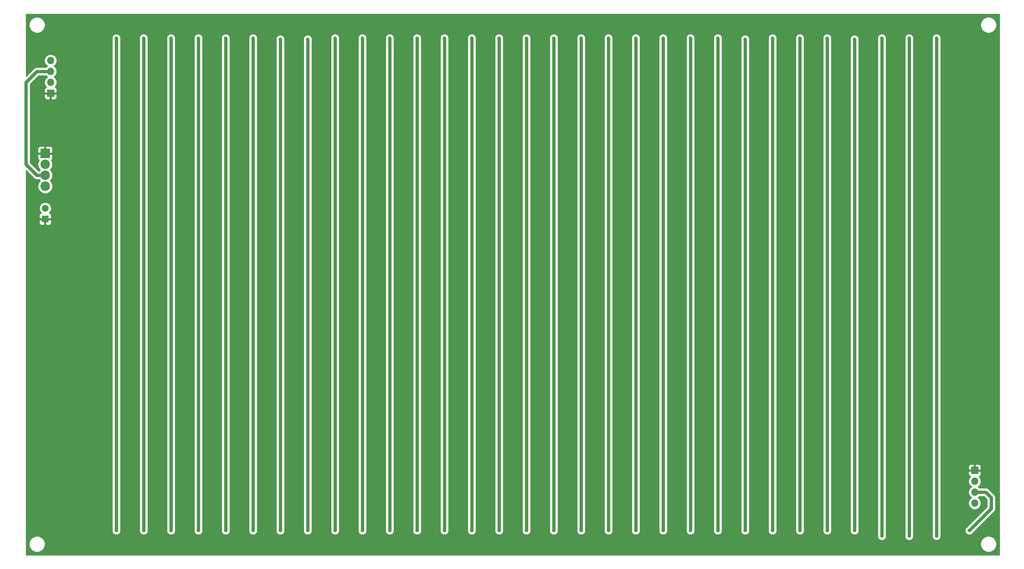
<source format=gbr>
G04 #@! TF.GenerationSoftware,KiCad,Pcbnew,(5.1.5-0-10_14)*
G04 #@! TF.CreationDate,2020-02-16T18:48:00-08:00*
G04 #@! TF.ProjectId,SpectrumAnayzerMini32,53706563-7472-4756-9d41-6e61797a6572,rev?*
G04 #@! TF.SameCoordinates,Original*
G04 #@! TF.FileFunction,Copper,L2,Bot*
G04 #@! TF.FilePolarity,Positive*
%FSLAX46Y46*%
G04 Gerber Fmt 4.6, Leading zero omitted, Abs format (unit mm)*
G04 Created by KiCad (PCBNEW (5.1.5-0-10_14)) date 2020-02-16 18:48:00*
%MOMM*%
%LPD*%
G04 APERTURE LIST*
%ADD10C,2.200000*%
%ADD11R,2.200000X2.200000*%
%ADD12O,1.700000X1.700000*%
%ADD13R,1.700000X1.700000*%
%ADD14C,1.600000*%
%ADD15R,1.600000X1.600000*%
%ADD16C,0.800000*%
%ADD17C,0.762000*%
%ADD18C,0.254000*%
G04 APERTURE END LIST*
D10*
X26035000Y-67945000D03*
X26035000Y-65405000D03*
X26035000Y-62865000D03*
D11*
X26035000Y-60325000D03*
D12*
X241935000Y-141605000D03*
X241935000Y-139065000D03*
X241935000Y-136525000D03*
D13*
X241935000Y-133985000D03*
D12*
X27305000Y-38735000D03*
X27305000Y-41275000D03*
X27305000Y-43815000D03*
D13*
X27305000Y-46355000D03*
D14*
X26035000Y-73065000D03*
D15*
X26035000Y-75565000D03*
D16*
X37943000Y-58938000D03*
X44293000Y-58938000D03*
X50643000Y-58938000D03*
X56993000Y-58938000D03*
X63343000Y-58938000D03*
X69693000Y-58938000D03*
X76043000Y-58938000D03*
X82393000Y-58938000D03*
X88743000Y-58938000D03*
X95093000Y-58938000D03*
X101443000Y-58938000D03*
X107793000Y-58938000D03*
X114143000Y-58938000D03*
X120493000Y-58938000D03*
X126843000Y-58938000D03*
X133193000Y-58938000D03*
X139543000Y-58938000D03*
X145893000Y-58938000D03*
X152243000Y-58938000D03*
X158593000Y-58938000D03*
X164943000Y-58938000D03*
X171293000Y-58938000D03*
X177643000Y-58938000D03*
X183993000Y-58938000D03*
X190343000Y-58938000D03*
X196693000Y-58938000D03*
X203043000Y-58938000D03*
X209393000Y-58938000D03*
X215743000Y-58938000D03*
X222093000Y-58938000D03*
X228443000Y-58938000D03*
X234793000Y-58938000D03*
X234793000Y-119898000D03*
X228443000Y-119898000D03*
X222093000Y-119898000D03*
X215743000Y-119898000D03*
X209393000Y-119898000D03*
X203043000Y-119898000D03*
X196693000Y-119898000D03*
X190343000Y-119898000D03*
X183993000Y-119898000D03*
X177643000Y-119898000D03*
X171293000Y-119898000D03*
X164943000Y-119898000D03*
X158593000Y-119898000D03*
X152243000Y-119898000D03*
X145893000Y-119898000D03*
X139543000Y-119898000D03*
X133193000Y-119898000D03*
X126843000Y-119898000D03*
X120493000Y-119898000D03*
X114143000Y-119898000D03*
X107793000Y-119898000D03*
X101443000Y-119898000D03*
X95093000Y-119898000D03*
X88743000Y-119898000D03*
X82393000Y-119898000D03*
X76043000Y-119898000D03*
X69693000Y-119898000D03*
X63343000Y-119898000D03*
X56993000Y-119898000D03*
X50643000Y-119898000D03*
X44293000Y-119898000D03*
X37943000Y-119898000D03*
X37881000Y-36029000D03*
X44231000Y-36029000D03*
X50663000Y-36058000D03*
X56993000Y-36078000D03*
X63343000Y-36078000D03*
X69713000Y-36058000D03*
X76063000Y-36058000D03*
X82413000Y-36058000D03*
X95113000Y-36058000D03*
X101443000Y-36078000D03*
X107813000Y-36058000D03*
X114163000Y-36058000D03*
X120513000Y-36058000D03*
X126863000Y-36058000D03*
X133193000Y-36078000D03*
X139563000Y-36058000D03*
X145893000Y-36078000D03*
X152263000Y-36058000D03*
X190373000Y-36068000D03*
X196713000Y-36058000D03*
X203043000Y-36078000D03*
X209393000Y-36078000D03*
X215763000Y-36058000D03*
X222113000Y-36058000D03*
X228443000Y-36078000D03*
X234813000Y-36058000D03*
X177643000Y-36078000D03*
X158593000Y-36078000D03*
X164963000Y-36058000D03*
X171313000Y-36058000D03*
X184013000Y-36058000D03*
X37943000Y-89418000D03*
X44293000Y-89418000D03*
X50726500Y-89334500D03*
X56993000Y-89418000D03*
X63343000Y-89418000D03*
X69776500Y-89334500D03*
X76126500Y-89334500D03*
X82393000Y-89418000D03*
X88743000Y-89418000D03*
X95093000Y-89565000D03*
X101443000Y-89418000D03*
X107793000Y-89565000D03*
X114143000Y-89565000D03*
X120493000Y-89418000D03*
X126843000Y-89418000D03*
X133193000Y-89418000D03*
X234876500Y-89334500D03*
X228526500Y-89334500D03*
X222093000Y-89418000D03*
X215743000Y-89418000D03*
X209476500Y-89334500D03*
X203126500Y-89334500D03*
X196693000Y-89565000D03*
X190343000Y-89418000D03*
X183993000Y-89565000D03*
X177643000Y-89418000D03*
X171293000Y-89418000D03*
X164943000Y-89565000D03*
X139543000Y-89418000D03*
X145893000Y-89565000D03*
X152243000Y-89565000D03*
X158593000Y-89418000D03*
X37943000Y-147254000D03*
X44293000Y-147254000D03*
X50643000Y-147254000D03*
X56993000Y-147254000D03*
X63343000Y-147254000D03*
X69693000Y-147254000D03*
X76043000Y-147254000D03*
X82393000Y-147254000D03*
X88743000Y-147254000D03*
X95093000Y-147254000D03*
X101443000Y-147254000D03*
X107793000Y-147254000D03*
X114143000Y-147254000D03*
X120493000Y-147254000D03*
X126843000Y-147254000D03*
X133193000Y-147254000D03*
X139543000Y-147254000D03*
X145893000Y-147254000D03*
X152243000Y-147254000D03*
X158593000Y-147254000D03*
X164943000Y-147254000D03*
X171293000Y-147254000D03*
X177643000Y-147254000D03*
X183993000Y-147254000D03*
X190343000Y-147254000D03*
X196693000Y-147254000D03*
X203043000Y-147254000D03*
X209393000Y-147254000D03*
X215743000Y-147254000D03*
X222093000Y-147254000D03*
X228443000Y-147254000D03*
X234793000Y-147254000D03*
X42545000Y-33528000D03*
X42545000Y-147955000D03*
X48895000Y-33528000D03*
X48895000Y-147955000D03*
X55245000Y-33528000D03*
X55245000Y-147955000D03*
X61595000Y-33528000D03*
X61595000Y-147955000D03*
X67945000Y-33528000D03*
X67945000Y-147955000D03*
X80645000Y-33782000D03*
X80645000Y-147955000D03*
X86995000Y-33782000D03*
X86995000Y-147955000D03*
X93345000Y-33528000D03*
X93345000Y-147955000D03*
X99695000Y-33528000D03*
X99695000Y-147955000D03*
X74295000Y-33528000D03*
X74295000Y-147955000D03*
X106045000Y-33528000D03*
X106045000Y-147955000D03*
X112395000Y-33528000D03*
X112395000Y-147955000D03*
X118745000Y-33528000D03*
X118745000Y-147955000D03*
X125095000Y-33528000D03*
X125095000Y-147955000D03*
X131445000Y-33528000D03*
X131445000Y-147955000D03*
X137795000Y-33528000D03*
X137795000Y-147955000D03*
X144145000Y-33528000D03*
X144145000Y-147955000D03*
X150495000Y-33528000D03*
X150495000Y-147955000D03*
X156845000Y-33528000D03*
X156845000Y-147955000D03*
X163195000Y-33528000D03*
X163195000Y-147955000D03*
X169545000Y-33528000D03*
X169545000Y-147955000D03*
X175895000Y-33528000D03*
X175895000Y-147955000D03*
X182245000Y-33528000D03*
X182245000Y-147955000D03*
X188595000Y-33782000D03*
X188595000Y-147955000D03*
X194945000Y-33528000D03*
X194945000Y-147955000D03*
X201295000Y-33528000D03*
X201295000Y-147955000D03*
X207645000Y-33528000D03*
X207645000Y-147955000D03*
X213995000Y-33782000D03*
X213995000Y-147955000D03*
X220345000Y-33528000D03*
X220345000Y-149225000D03*
X226695000Y-33528000D03*
X226695000Y-149225000D03*
X233045000Y-149225000D03*
X233045000Y-33528000D03*
X240665000Y-147955000D03*
D17*
X42545000Y-147955000D02*
X42545000Y-33528000D01*
X48895000Y-147955000D02*
X48895000Y-33528000D01*
X55245000Y-147955000D02*
X55245000Y-33528000D01*
X61595000Y-147955000D02*
X61595000Y-33528000D01*
X67945000Y-147955000D02*
X67945000Y-33528000D01*
X80645000Y-147955000D02*
X80645000Y-33782000D01*
X86995000Y-147955000D02*
X86995000Y-33782000D01*
X93345000Y-147955000D02*
X93345000Y-33528000D01*
X99695000Y-147955000D02*
X99695000Y-33528000D01*
X74295000Y-147955000D02*
X74295000Y-33528000D01*
X21590000Y-43815000D02*
X21590000Y-62865000D01*
X24130000Y-41275000D02*
X21590000Y-43815000D01*
X27305000Y-41275000D02*
X24130000Y-41275000D01*
X24130000Y-65405000D02*
X21590000Y-62865000D01*
X26035000Y-65405000D02*
X24130000Y-65405000D01*
X106045000Y-147955000D02*
X106045000Y-33528000D01*
X112395000Y-147955000D02*
X112395000Y-33528000D01*
X118745000Y-147955000D02*
X118745000Y-33528000D01*
X125095000Y-147955000D02*
X125095000Y-33528000D01*
X131445000Y-147955000D02*
X131445000Y-33528000D01*
X137795000Y-147955000D02*
X137795000Y-33528000D01*
X144145000Y-147955000D02*
X144145000Y-33528000D01*
X150495000Y-147955000D02*
X150495000Y-33528000D01*
X156845000Y-147955000D02*
X156845000Y-33528000D01*
X163195000Y-147955000D02*
X163195000Y-33528000D01*
X169545000Y-147955000D02*
X169545000Y-33528000D01*
X175895000Y-147955000D02*
X175895000Y-33528000D01*
X182245000Y-147955000D02*
X182245000Y-33528000D01*
X188595000Y-147955000D02*
X188595000Y-33782000D01*
X194945000Y-147955000D02*
X194945000Y-33528000D01*
X201295000Y-147955000D02*
X201295000Y-33528000D01*
X207645000Y-147955000D02*
X207645000Y-33528000D01*
X213995000Y-147955000D02*
X213995000Y-33782000D01*
X220345000Y-149225000D02*
X220345000Y-33528000D01*
X226695000Y-149225000D02*
X226695000Y-33528000D01*
X233045000Y-149225000D02*
X233045000Y-33528000D01*
X245745000Y-140335000D02*
X244475000Y-139065000D01*
X245745000Y-142875000D02*
X245745000Y-140335000D01*
X244475000Y-139065000D02*
X241935000Y-139065000D01*
X240665000Y-147955000D02*
X245745000Y-142875000D01*
D18*
G36*
X247625001Y-153645000D02*
G01*
X21615000Y-153645000D01*
X21615000Y-150944344D01*
X22245000Y-150944344D01*
X22245000Y-151315656D01*
X22317439Y-151679834D01*
X22459534Y-152022882D01*
X22665825Y-152331618D01*
X22928382Y-152594175D01*
X23237118Y-152800466D01*
X23580166Y-152942561D01*
X23944344Y-153015000D01*
X24315656Y-153015000D01*
X24679834Y-152942561D01*
X25022882Y-152800466D01*
X25331618Y-152594175D01*
X25594175Y-152331618D01*
X25800466Y-152022882D01*
X25942561Y-151679834D01*
X26015000Y-151315656D01*
X26015000Y-150944344D01*
X243225000Y-150944344D01*
X243225000Y-151315656D01*
X243297439Y-151679834D01*
X243439534Y-152022882D01*
X243645825Y-152331618D01*
X243908382Y-152594175D01*
X244217118Y-152800466D01*
X244560166Y-152942561D01*
X244924344Y-153015000D01*
X245295656Y-153015000D01*
X245659834Y-152942561D01*
X246002882Y-152800466D01*
X246311618Y-152594175D01*
X246574175Y-152331618D01*
X246780466Y-152022882D01*
X246922561Y-151679834D01*
X246995000Y-151315656D01*
X246995000Y-150944344D01*
X246922561Y-150580166D01*
X246780466Y-150237118D01*
X246574175Y-149928382D01*
X246311618Y-149665825D01*
X246002882Y-149459534D01*
X245659834Y-149317439D01*
X245295656Y-149245000D01*
X244924344Y-149245000D01*
X244560166Y-149317439D01*
X244217118Y-149459534D01*
X243908382Y-149665825D01*
X243645825Y-149928382D01*
X243439534Y-150237118D01*
X243297439Y-150580166D01*
X243225000Y-150944344D01*
X26015000Y-150944344D01*
X25942561Y-150580166D01*
X25800466Y-150237118D01*
X25594175Y-149928382D01*
X25331618Y-149665825D01*
X25022882Y-149459534D01*
X24679834Y-149317439D01*
X24315656Y-149245000D01*
X23944344Y-149245000D01*
X23580166Y-149317439D01*
X23237118Y-149459534D01*
X22928382Y-149665825D01*
X22665825Y-149928382D01*
X22459534Y-150237118D01*
X22317439Y-150580166D01*
X22245000Y-150944344D01*
X21615000Y-150944344D01*
X21615000Y-76365000D01*
X24596928Y-76365000D01*
X24609188Y-76489482D01*
X24645498Y-76609180D01*
X24704463Y-76719494D01*
X24783815Y-76816185D01*
X24880506Y-76895537D01*
X24990820Y-76954502D01*
X25110518Y-76990812D01*
X25235000Y-77003072D01*
X25749250Y-77000000D01*
X25908000Y-76841250D01*
X25908000Y-75692000D01*
X26162000Y-75692000D01*
X26162000Y-76841250D01*
X26320750Y-77000000D01*
X26835000Y-77003072D01*
X26959482Y-76990812D01*
X27079180Y-76954502D01*
X27189494Y-76895537D01*
X27286185Y-76816185D01*
X27365537Y-76719494D01*
X27424502Y-76609180D01*
X27460812Y-76489482D01*
X27473072Y-76365000D01*
X27470000Y-75850750D01*
X27311250Y-75692000D01*
X26162000Y-75692000D01*
X25908000Y-75692000D01*
X24758750Y-75692000D01*
X24600000Y-75850750D01*
X24596928Y-76365000D01*
X21615000Y-76365000D01*
X21615000Y-74765000D01*
X24596928Y-74765000D01*
X24600000Y-75279250D01*
X24758750Y-75438000D01*
X25908000Y-75438000D01*
X25908000Y-75418000D01*
X26162000Y-75418000D01*
X26162000Y-75438000D01*
X27311250Y-75438000D01*
X27470000Y-75279250D01*
X27473072Y-74765000D01*
X27460812Y-74640518D01*
X27424502Y-74520820D01*
X27365537Y-74410506D01*
X27286185Y-74313815D01*
X27189494Y-74234463D01*
X27079180Y-74175498D01*
X26983057Y-74146339D01*
X27149637Y-73979759D01*
X27306680Y-73744727D01*
X27414853Y-73483574D01*
X27470000Y-73206335D01*
X27470000Y-72923665D01*
X27414853Y-72646426D01*
X27306680Y-72385273D01*
X27149637Y-72150241D01*
X26949759Y-71950363D01*
X26714727Y-71793320D01*
X26453574Y-71685147D01*
X26176335Y-71630000D01*
X25893665Y-71630000D01*
X25616426Y-71685147D01*
X25355273Y-71793320D01*
X25120241Y-71950363D01*
X24920363Y-72150241D01*
X24763320Y-72385273D01*
X24655147Y-72646426D01*
X24600000Y-72923665D01*
X24600000Y-73206335D01*
X24655147Y-73483574D01*
X24763320Y-73744727D01*
X24920363Y-73979759D01*
X25086943Y-74146339D01*
X24990820Y-74175498D01*
X24880506Y-74234463D01*
X24783815Y-74313815D01*
X24704463Y-74410506D01*
X24645498Y-74520820D01*
X24609188Y-74640518D01*
X24596928Y-74765000D01*
X21615000Y-74765000D01*
X21615000Y-64326840D01*
X23376292Y-66088133D01*
X23408104Y-66126896D01*
X23562810Y-66253860D01*
X23739313Y-66348202D01*
X23872732Y-66388674D01*
X23930828Y-66406298D01*
X23942657Y-66407463D01*
X24080098Y-66421000D01*
X24080105Y-66421000D01*
X24129999Y-66425914D01*
X24179893Y-66421000D01*
X24627202Y-66421000D01*
X24687337Y-66510998D01*
X24851339Y-66675000D01*
X24687337Y-66839002D01*
X24497463Y-67123169D01*
X24366675Y-67438919D01*
X24300000Y-67774117D01*
X24300000Y-68115883D01*
X24366675Y-68451081D01*
X24497463Y-68766831D01*
X24687337Y-69050998D01*
X24929002Y-69292663D01*
X25213169Y-69482537D01*
X25528919Y-69613325D01*
X25864117Y-69680000D01*
X26205883Y-69680000D01*
X26541081Y-69613325D01*
X26856831Y-69482537D01*
X27140998Y-69292663D01*
X27382663Y-69050998D01*
X27572537Y-68766831D01*
X27703325Y-68451081D01*
X27770000Y-68115883D01*
X27770000Y-67774117D01*
X27703325Y-67438919D01*
X27572537Y-67123169D01*
X27382663Y-66839002D01*
X27218661Y-66675000D01*
X27382663Y-66510998D01*
X27572537Y-66226831D01*
X27703325Y-65911081D01*
X27770000Y-65575883D01*
X27770000Y-65234117D01*
X27703325Y-64898919D01*
X27572537Y-64583169D01*
X27382663Y-64299002D01*
X27218661Y-64135000D01*
X27382663Y-63970998D01*
X27572537Y-63686831D01*
X27703325Y-63371081D01*
X27770000Y-63035883D01*
X27770000Y-62694117D01*
X27703325Y-62358919D01*
X27572537Y-62043169D01*
X27505310Y-61942557D01*
X27586185Y-61876185D01*
X27665537Y-61779494D01*
X27724502Y-61669180D01*
X27760812Y-61549482D01*
X27773072Y-61425000D01*
X27770000Y-60610750D01*
X27611250Y-60452000D01*
X26162000Y-60452000D01*
X26162000Y-60472000D01*
X25908000Y-60472000D01*
X25908000Y-60452000D01*
X24458750Y-60452000D01*
X24300000Y-60610750D01*
X24296928Y-61425000D01*
X24309188Y-61549482D01*
X24345498Y-61669180D01*
X24404463Y-61779494D01*
X24483815Y-61876185D01*
X24564690Y-61942557D01*
X24497463Y-62043169D01*
X24366675Y-62358919D01*
X24300000Y-62694117D01*
X24300000Y-63035883D01*
X24366675Y-63371081D01*
X24497463Y-63686831D01*
X24687337Y-63970998D01*
X24851339Y-64135000D01*
X24687337Y-64299002D01*
X24627202Y-64389000D01*
X24550841Y-64389000D01*
X22606000Y-62444160D01*
X22606000Y-59225000D01*
X24296928Y-59225000D01*
X24300000Y-60039250D01*
X24458750Y-60198000D01*
X25908000Y-60198000D01*
X25908000Y-58748750D01*
X26162000Y-58748750D01*
X26162000Y-60198000D01*
X27611250Y-60198000D01*
X27770000Y-60039250D01*
X27773072Y-59225000D01*
X27760812Y-59100518D01*
X27724502Y-58980820D01*
X27665537Y-58870506D01*
X27586185Y-58773815D01*
X27489494Y-58694463D01*
X27379180Y-58635498D01*
X27259482Y-58599188D01*
X27135000Y-58586928D01*
X26320750Y-58590000D01*
X26162000Y-58748750D01*
X25908000Y-58748750D01*
X25749250Y-58590000D01*
X24935000Y-58586928D01*
X24810518Y-58599188D01*
X24690820Y-58635498D01*
X24580506Y-58694463D01*
X24483815Y-58773815D01*
X24404463Y-58870506D01*
X24345498Y-58980820D01*
X24309188Y-59100518D01*
X24296928Y-59225000D01*
X22606000Y-59225000D01*
X22606000Y-47205000D01*
X25816928Y-47205000D01*
X25829188Y-47329482D01*
X25865498Y-47449180D01*
X25924463Y-47559494D01*
X26003815Y-47656185D01*
X26100506Y-47735537D01*
X26210820Y-47794502D01*
X26330518Y-47830812D01*
X26455000Y-47843072D01*
X27019250Y-47840000D01*
X27178000Y-47681250D01*
X27178000Y-46482000D01*
X27432000Y-46482000D01*
X27432000Y-47681250D01*
X27590750Y-47840000D01*
X28155000Y-47843072D01*
X28279482Y-47830812D01*
X28399180Y-47794502D01*
X28509494Y-47735537D01*
X28606185Y-47656185D01*
X28685537Y-47559494D01*
X28744502Y-47449180D01*
X28780812Y-47329482D01*
X28793072Y-47205000D01*
X28790000Y-46640750D01*
X28631250Y-46482000D01*
X27432000Y-46482000D01*
X27178000Y-46482000D01*
X25978750Y-46482000D01*
X25820000Y-46640750D01*
X25816928Y-47205000D01*
X22606000Y-47205000D01*
X22606000Y-44235840D01*
X24550841Y-42291000D01*
X26220893Y-42291000D01*
X26358368Y-42428475D01*
X26532760Y-42545000D01*
X26358368Y-42661525D01*
X26151525Y-42868368D01*
X25989010Y-43111589D01*
X25877068Y-43381842D01*
X25820000Y-43668740D01*
X25820000Y-43961260D01*
X25877068Y-44248158D01*
X25989010Y-44518411D01*
X26151525Y-44761632D01*
X26283380Y-44893487D01*
X26210820Y-44915498D01*
X26100506Y-44974463D01*
X26003815Y-45053815D01*
X25924463Y-45150506D01*
X25865498Y-45260820D01*
X25829188Y-45380518D01*
X25816928Y-45505000D01*
X25820000Y-46069250D01*
X25978750Y-46228000D01*
X27178000Y-46228000D01*
X27178000Y-46208000D01*
X27432000Y-46208000D01*
X27432000Y-46228000D01*
X28631250Y-46228000D01*
X28790000Y-46069250D01*
X28793072Y-45505000D01*
X28780812Y-45380518D01*
X28744502Y-45260820D01*
X28685537Y-45150506D01*
X28606185Y-45053815D01*
X28509494Y-44974463D01*
X28399180Y-44915498D01*
X28326620Y-44893487D01*
X28458475Y-44761632D01*
X28620990Y-44518411D01*
X28732932Y-44248158D01*
X28790000Y-43961260D01*
X28790000Y-43668740D01*
X28732932Y-43381842D01*
X28620990Y-43111589D01*
X28458475Y-42868368D01*
X28251632Y-42661525D01*
X28077240Y-42545000D01*
X28251632Y-42428475D01*
X28458475Y-42221632D01*
X28620990Y-41978411D01*
X28732932Y-41708158D01*
X28790000Y-41421260D01*
X28790000Y-41128740D01*
X28732932Y-40841842D01*
X28620990Y-40571589D01*
X28458475Y-40328368D01*
X28251632Y-40121525D01*
X28077240Y-40005000D01*
X28251632Y-39888475D01*
X28458475Y-39681632D01*
X28620990Y-39438411D01*
X28732932Y-39168158D01*
X28790000Y-38881260D01*
X28790000Y-38588740D01*
X28732932Y-38301842D01*
X28620990Y-38031589D01*
X28458475Y-37788368D01*
X28251632Y-37581525D01*
X28008411Y-37419010D01*
X27738158Y-37307068D01*
X27451260Y-37250000D01*
X27158740Y-37250000D01*
X26871842Y-37307068D01*
X26601589Y-37419010D01*
X26358368Y-37581525D01*
X26151525Y-37788368D01*
X25989010Y-38031589D01*
X25877068Y-38301842D01*
X25820000Y-38588740D01*
X25820000Y-38881260D01*
X25877068Y-39168158D01*
X25989010Y-39438411D01*
X26151525Y-39681632D01*
X26358368Y-39888475D01*
X26532760Y-40005000D01*
X26358368Y-40121525D01*
X26220893Y-40259000D01*
X24179893Y-40259000D01*
X24129999Y-40254086D01*
X24080105Y-40259000D01*
X24080098Y-40259000D01*
X23950177Y-40271796D01*
X23930828Y-40273702D01*
X23872732Y-40291326D01*
X23739313Y-40331798D01*
X23562810Y-40426140D01*
X23408104Y-40553104D01*
X23376292Y-40591867D01*
X21615000Y-42353160D01*
X21615000Y-33426061D01*
X41510000Y-33426061D01*
X41510000Y-33629939D01*
X41529001Y-33725464D01*
X41529000Y-147757541D01*
X41510000Y-147853061D01*
X41510000Y-148056939D01*
X41549774Y-148256898D01*
X41627795Y-148445256D01*
X41741063Y-148614774D01*
X41885226Y-148758937D01*
X42054744Y-148872205D01*
X42243102Y-148950226D01*
X42443061Y-148990000D01*
X42646939Y-148990000D01*
X42846898Y-148950226D01*
X43035256Y-148872205D01*
X43204774Y-148758937D01*
X43348937Y-148614774D01*
X43462205Y-148445256D01*
X43540226Y-148256898D01*
X43580000Y-148056939D01*
X43580000Y-147853061D01*
X43561000Y-147757541D01*
X43561000Y-33725459D01*
X43580000Y-33629939D01*
X43580000Y-33426061D01*
X47860000Y-33426061D01*
X47860000Y-33629939D01*
X47879001Y-33725464D01*
X47879000Y-147757541D01*
X47860000Y-147853061D01*
X47860000Y-148056939D01*
X47899774Y-148256898D01*
X47977795Y-148445256D01*
X48091063Y-148614774D01*
X48235226Y-148758937D01*
X48404744Y-148872205D01*
X48593102Y-148950226D01*
X48793061Y-148990000D01*
X48996939Y-148990000D01*
X49196898Y-148950226D01*
X49385256Y-148872205D01*
X49554774Y-148758937D01*
X49698937Y-148614774D01*
X49812205Y-148445256D01*
X49890226Y-148256898D01*
X49930000Y-148056939D01*
X49930000Y-147853061D01*
X49911000Y-147757541D01*
X49911000Y-33725459D01*
X49930000Y-33629939D01*
X49930000Y-33426061D01*
X54210000Y-33426061D01*
X54210000Y-33629939D01*
X54229001Y-33725464D01*
X54229000Y-147757541D01*
X54210000Y-147853061D01*
X54210000Y-148056939D01*
X54249774Y-148256898D01*
X54327795Y-148445256D01*
X54441063Y-148614774D01*
X54585226Y-148758937D01*
X54754744Y-148872205D01*
X54943102Y-148950226D01*
X55143061Y-148990000D01*
X55346939Y-148990000D01*
X55546898Y-148950226D01*
X55735256Y-148872205D01*
X55904774Y-148758937D01*
X56048937Y-148614774D01*
X56162205Y-148445256D01*
X56240226Y-148256898D01*
X56280000Y-148056939D01*
X56280000Y-147853061D01*
X56261000Y-147757541D01*
X56261000Y-33725459D01*
X56280000Y-33629939D01*
X56280000Y-33426061D01*
X60560000Y-33426061D01*
X60560000Y-33629939D01*
X60579001Y-33725464D01*
X60579000Y-147757541D01*
X60560000Y-147853061D01*
X60560000Y-148056939D01*
X60599774Y-148256898D01*
X60677795Y-148445256D01*
X60791063Y-148614774D01*
X60935226Y-148758937D01*
X61104744Y-148872205D01*
X61293102Y-148950226D01*
X61493061Y-148990000D01*
X61696939Y-148990000D01*
X61896898Y-148950226D01*
X62085256Y-148872205D01*
X62254774Y-148758937D01*
X62398937Y-148614774D01*
X62512205Y-148445256D01*
X62590226Y-148256898D01*
X62630000Y-148056939D01*
X62630000Y-147853061D01*
X62611000Y-147757541D01*
X62611000Y-33725459D01*
X62630000Y-33629939D01*
X62630000Y-33426061D01*
X66910000Y-33426061D01*
X66910000Y-33629939D01*
X66929001Y-33725464D01*
X66929000Y-147757541D01*
X66910000Y-147853061D01*
X66910000Y-148056939D01*
X66949774Y-148256898D01*
X67027795Y-148445256D01*
X67141063Y-148614774D01*
X67285226Y-148758937D01*
X67454744Y-148872205D01*
X67643102Y-148950226D01*
X67843061Y-148990000D01*
X68046939Y-148990000D01*
X68246898Y-148950226D01*
X68435256Y-148872205D01*
X68604774Y-148758937D01*
X68748937Y-148614774D01*
X68862205Y-148445256D01*
X68940226Y-148256898D01*
X68980000Y-148056939D01*
X68980000Y-147853061D01*
X68961000Y-147757541D01*
X68961000Y-33725459D01*
X68980000Y-33629939D01*
X68980000Y-33426061D01*
X73260000Y-33426061D01*
X73260000Y-33629939D01*
X73279001Y-33725464D01*
X73279000Y-147757541D01*
X73260000Y-147853061D01*
X73260000Y-148056939D01*
X73299774Y-148256898D01*
X73377795Y-148445256D01*
X73491063Y-148614774D01*
X73635226Y-148758937D01*
X73804744Y-148872205D01*
X73993102Y-148950226D01*
X74193061Y-148990000D01*
X74396939Y-148990000D01*
X74596898Y-148950226D01*
X74785256Y-148872205D01*
X74954774Y-148758937D01*
X75098937Y-148614774D01*
X75212205Y-148445256D01*
X75290226Y-148256898D01*
X75330000Y-148056939D01*
X75330000Y-147853061D01*
X75311000Y-147757541D01*
X75311000Y-33725459D01*
X75320030Y-33680061D01*
X79610000Y-33680061D01*
X79610000Y-33883939D01*
X79629001Y-33979464D01*
X79629000Y-147757541D01*
X79610000Y-147853061D01*
X79610000Y-148056939D01*
X79649774Y-148256898D01*
X79727795Y-148445256D01*
X79841063Y-148614774D01*
X79985226Y-148758937D01*
X80154744Y-148872205D01*
X80343102Y-148950226D01*
X80543061Y-148990000D01*
X80746939Y-148990000D01*
X80946898Y-148950226D01*
X81135256Y-148872205D01*
X81304774Y-148758937D01*
X81448937Y-148614774D01*
X81562205Y-148445256D01*
X81640226Y-148256898D01*
X81680000Y-148056939D01*
X81680000Y-147853061D01*
X81661000Y-147757541D01*
X81661000Y-33979459D01*
X81680000Y-33883939D01*
X81680000Y-33680061D01*
X85960000Y-33680061D01*
X85960000Y-33883939D01*
X85979001Y-33979464D01*
X85979000Y-147757541D01*
X85960000Y-147853061D01*
X85960000Y-148056939D01*
X85999774Y-148256898D01*
X86077795Y-148445256D01*
X86191063Y-148614774D01*
X86335226Y-148758937D01*
X86504744Y-148872205D01*
X86693102Y-148950226D01*
X86893061Y-148990000D01*
X87096939Y-148990000D01*
X87296898Y-148950226D01*
X87485256Y-148872205D01*
X87654774Y-148758937D01*
X87798937Y-148614774D01*
X87912205Y-148445256D01*
X87990226Y-148256898D01*
X88030000Y-148056939D01*
X88030000Y-147853061D01*
X88011000Y-147757541D01*
X88011000Y-33979459D01*
X88030000Y-33883939D01*
X88030000Y-33680061D01*
X87990226Y-33480102D01*
X87967842Y-33426061D01*
X92310000Y-33426061D01*
X92310000Y-33629939D01*
X92329001Y-33725464D01*
X92329000Y-147757541D01*
X92310000Y-147853061D01*
X92310000Y-148056939D01*
X92349774Y-148256898D01*
X92427795Y-148445256D01*
X92541063Y-148614774D01*
X92685226Y-148758937D01*
X92854744Y-148872205D01*
X93043102Y-148950226D01*
X93243061Y-148990000D01*
X93446939Y-148990000D01*
X93646898Y-148950226D01*
X93835256Y-148872205D01*
X94004774Y-148758937D01*
X94148937Y-148614774D01*
X94262205Y-148445256D01*
X94340226Y-148256898D01*
X94380000Y-148056939D01*
X94380000Y-147853061D01*
X94361000Y-147757541D01*
X94361000Y-33725459D01*
X94380000Y-33629939D01*
X94380000Y-33426061D01*
X98660000Y-33426061D01*
X98660000Y-33629939D01*
X98679001Y-33725464D01*
X98679000Y-147757541D01*
X98660000Y-147853061D01*
X98660000Y-148056939D01*
X98699774Y-148256898D01*
X98777795Y-148445256D01*
X98891063Y-148614774D01*
X99035226Y-148758937D01*
X99204744Y-148872205D01*
X99393102Y-148950226D01*
X99593061Y-148990000D01*
X99796939Y-148990000D01*
X99996898Y-148950226D01*
X100185256Y-148872205D01*
X100354774Y-148758937D01*
X100498937Y-148614774D01*
X100612205Y-148445256D01*
X100690226Y-148256898D01*
X100730000Y-148056939D01*
X100730000Y-147853061D01*
X100711000Y-147757541D01*
X100711000Y-33725459D01*
X100730000Y-33629939D01*
X100730000Y-33426061D01*
X105010000Y-33426061D01*
X105010000Y-33629939D01*
X105029001Y-33725464D01*
X105029000Y-147757541D01*
X105010000Y-147853061D01*
X105010000Y-148056939D01*
X105049774Y-148256898D01*
X105127795Y-148445256D01*
X105241063Y-148614774D01*
X105385226Y-148758937D01*
X105554744Y-148872205D01*
X105743102Y-148950226D01*
X105943061Y-148990000D01*
X106146939Y-148990000D01*
X106346898Y-148950226D01*
X106535256Y-148872205D01*
X106704774Y-148758937D01*
X106848937Y-148614774D01*
X106962205Y-148445256D01*
X107040226Y-148256898D01*
X107080000Y-148056939D01*
X107080000Y-147853061D01*
X107061000Y-147757541D01*
X107061000Y-33725459D01*
X107080000Y-33629939D01*
X107080000Y-33426061D01*
X111360000Y-33426061D01*
X111360000Y-33629939D01*
X111379001Y-33725464D01*
X111379000Y-147757541D01*
X111360000Y-147853061D01*
X111360000Y-148056939D01*
X111399774Y-148256898D01*
X111477795Y-148445256D01*
X111591063Y-148614774D01*
X111735226Y-148758937D01*
X111904744Y-148872205D01*
X112093102Y-148950226D01*
X112293061Y-148990000D01*
X112496939Y-148990000D01*
X112696898Y-148950226D01*
X112885256Y-148872205D01*
X113054774Y-148758937D01*
X113198937Y-148614774D01*
X113312205Y-148445256D01*
X113390226Y-148256898D01*
X113430000Y-148056939D01*
X113430000Y-147853061D01*
X113411000Y-147757541D01*
X113411000Y-33725459D01*
X113430000Y-33629939D01*
X113430000Y-33426061D01*
X117710000Y-33426061D01*
X117710000Y-33629939D01*
X117729001Y-33725464D01*
X117729000Y-147757541D01*
X117710000Y-147853061D01*
X117710000Y-148056939D01*
X117749774Y-148256898D01*
X117827795Y-148445256D01*
X117941063Y-148614774D01*
X118085226Y-148758937D01*
X118254744Y-148872205D01*
X118443102Y-148950226D01*
X118643061Y-148990000D01*
X118846939Y-148990000D01*
X119046898Y-148950226D01*
X119235256Y-148872205D01*
X119404774Y-148758937D01*
X119548937Y-148614774D01*
X119662205Y-148445256D01*
X119740226Y-148256898D01*
X119780000Y-148056939D01*
X119780000Y-147853061D01*
X119761000Y-147757541D01*
X119761000Y-33725459D01*
X119780000Y-33629939D01*
X119780000Y-33426061D01*
X124060000Y-33426061D01*
X124060000Y-33629939D01*
X124079001Y-33725464D01*
X124079000Y-147757541D01*
X124060000Y-147853061D01*
X124060000Y-148056939D01*
X124099774Y-148256898D01*
X124177795Y-148445256D01*
X124291063Y-148614774D01*
X124435226Y-148758937D01*
X124604744Y-148872205D01*
X124793102Y-148950226D01*
X124993061Y-148990000D01*
X125196939Y-148990000D01*
X125396898Y-148950226D01*
X125585256Y-148872205D01*
X125754774Y-148758937D01*
X125898937Y-148614774D01*
X126012205Y-148445256D01*
X126090226Y-148256898D01*
X126130000Y-148056939D01*
X126130000Y-147853061D01*
X126111000Y-147757541D01*
X126111000Y-33725459D01*
X126130000Y-33629939D01*
X126130000Y-33426061D01*
X130410000Y-33426061D01*
X130410000Y-33629939D01*
X130429001Y-33725464D01*
X130429000Y-147757541D01*
X130410000Y-147853061D01*
X130410000Y-148056939D01*
X130449774Y-148256898D01*
X130527795Y-148445256D01*
X130641063Y-148614774D01*
X130785226Y-148758937D01*
X130954744Y-148872205D01*
X131143102Y-148950226D01*
X131343061Y-148990000D01*
X131546939Y-148990000D01*
X131746898Y-148950226D01*
X131935256Y-148872205D01*
X132104774Y-148758937D01*
X132248937Y-148614774D01*
X132362205Y-148445256D01*
X132440226Y-148256898D01*
X132480000Y-148056939D01*
X132480000Y-147853061D01*
X132461000Y-147757541D01*
X132461000Y-33725459D01*
X132480000Y-33629939D01*
X132480000Y-33426061D01*
X136760000Y-33426061D01*
X136760000Y-33629939D01*
X136779001Y-33725464D01*
X136779000Y-147757541D01*
X136760000Y-147853061D01*
X136760000Y-148056939D01*
X136799774Y-148256898D01*
X136877795Y-148445256D01*
X136991063Y-148614774D01*
X137135226Y-148758937D01*
X137304744Y-148872205D01*
X137493102Y-148950226D01*
X137693061Y-148990000D01*
X137896939Y-148990000D01*
X138096898Y-148950226D01*
X138285256Y-148872205D01*
X138454774Y-148758937D01*
X138598937Y-148614774D01*
X138712205Y-148445256D01*
X138790226Y-148256898D01*
X138830000Y-148056939D01*
X138830000Y-147853061D01*
X138811000Y-147757541D01*
X138811000Y-33725459D01*
X138830000Y-33629939D01*
X138830000Y-33426061D01*
X143110000Y-33426061D01*
X143110000Y-33629939D01*
X143129001Y-33725464D01*
X143129000Y-147757541D01*
X143110000Y-147853061D01*
X143110000Y-148056939D01*
X143149774Y-148256898D01*
X143227795Y-148445256D01*
X143341063Y-148614774D01*
X143485226Y-148758937D01*
X143654744Y-148872205D01*
X143843102Y-148950226D01*
X144043061Y-148990000D01*
X144246939Y-148990000D01*
X144446898Y-148950226D01*
X144635256Y-148872205D01*
X144804774Y-148758937D01*
X144948937Y-148614774D01*
X145062205Y-148445256D01*
X145140226Y-148256898D01*
X145180000Y-148056939D01*
X145180000Y-147853061D01*
X145161000Y-147757541D01*
X145161000Y-33725459D01*
X145180000Y-33629939D01*
X145180000Y-33426061D01*
X149460000Y-33426061D01*
X149460000Y-33629939D01*
X149479001Y-33725464D01*
X149479000Y-147757541D01*
X149460000Y-147853061D01*
X149460000Y-148056939D01*
X149499774Y-148256898D01*
X149577795Y-148445256D01*
X149691063Y-148614774D01*
X149835226Y-148758937D01*
X150004744Y-148872205D01*
X150193102Y-148950226D01*
X150393061Y-148990000D01*
X150596939Y-148990000D01*
X150796898Y-148950226D01*
X150985256Y-148872205D01*
X151154774Y-148758937D01*
X151298937Y-148614774D01*
X151412205Y-148445256D01*
X151490226Y-148256898D01*
X151530000Y-148056939D01*
X151530000Y-147853061D01*
X151511000Y-147757541D01*
X151511000Y-33725459D01*
X151530000Y-33629939D01*
X151530000Y-33426061D01*
X155810000Y-33426061D01*
X155810000Y-33629939D01*
X155829001Y-33725464D01*
X155829000Y-147757541D01*
X155810000Y-147853061D01*
X155810000Y-148056939D01*
X155849774Y-148256898D01*
X155927795Y-148445256D01*
X156041063Y-148614774D01*
X156185226Y-148758937D01*
X156354744Y-148872205D01*
X156543102Y-148950226D01*
X156743061Y-148990000D01*
X156946939Y-148990000D01*
X157146898Y-148950226D01*
X157335256Y-148872205D01*
X157504774Y-148758937D01*
X157648937Y-148614774D01*
X157762205Y-148445256D01*
X157840226Y-148256898D01*
X157880000Y-148056939D01*
X157880000Y-147853061D01*
X157861000Y-147757541D01*
X157861000Y-33725459D01*
X157880000Y-33629939D01*
X157880000Y-33426061D01*
X162160000Y-33426061D01*
X162160000Y-33629939D01*
X162179001Y-33725464D01*
X162179000Y-147757541D01*
X162160000Y-147853061D01*
X162160000Y-148056939D01*
X162199774Y-148256898D01*
X162277795Y-148445256D01*
X162391063Y-148614774D01*
X162535226Y-148758937D01*
X162704744Y-148872205D01*
X162893102Y-148950226D01*
X163093061Y-148990000D01*
X163296939Y-148990000D01*
X163496898Y-148950226D01*
X163685256Y-148872205D01*
X163854774Y-148758937D01*
X163998937Y-148614774D01*
X164112205Y-148445256D01*
X164190226Y-148256898D01*
X164230000Y-148056939D01*
X164230000Y-147853061D01*
X164211000Y-147757541D01*
X164211000Y-33725459D01*
X164230000Y-33629939D01*
X164230000Y-33426061D01*
X168510000Y-33426061D01*
X168510000Y-33629939D01*
X168529001Y-33725464D01*
X168529000Y-147757541D01*
X168510000Y-147853061D01*
X168510000Y-148056939D01*
X168549774Y-148256898D01*
X168627795Y-148445256D01*
X168741063Y-148614774D01*
X168885226Y-148758937D01*
X169054744Y-148872205D01*
X169243102Y-148950226D01*
X169443061Y-148990000D01*
X169646939Y-148990000D01*
X169846898Y-148950226D01*
X170035256Y-148872205D01*
X170204774Y-148758937D01*
X170348937Y-148614774D01*
X170462205Y-148445256D01*
X170540226Y-148256898D01*
X170580000Y-148056939D01*
X170580000Y-147853061D01*
X170561000Y-147757541D01*
X170561000Y-33725459D01*
X170580000Y-33629939D01*
X170580000Y-33426061D01*
X174860000Y-33426061D01*
X174860000Y-33629939D01*
X174879001Y-33725464D01*
X174879000Y-147757541D01*
X174860000Y-147853061D01*
X174860000Y-148056939D01*
X174899774Y-148256898D01*
X174977795Y-148445256D01*
X175091063Y-148614774D01*
X175235226Y-148758937D01*
X175404744Y-148872205D01*
X175593102Y-148950226D01*
X175793061Y-148990000D01*
X175996939Y-148990000D01*
X176196898Y-148950226D01*
X176385256Y-148872205D01*
X176554774Y-148758937D01*
X176698937Y-148614774D01*
X176812205Y-148445256D01*
X176890226Y-148256898D01*
X176930000Y-148056939D01*
X176930000Y-147853061D01*
X176911000Y-147757541D01*
X176911000Y-33725459D01*
X176930000Y-33629939D01*
X176930000Y-33426061D01*
X181210000Y-33426061D01*
X181210000Y-33629939D01*
X181229001Y-33725464D01*
X181229000Y-147757541D01*
X181210000Y-147853061D01*
X181210000Y-148056939D01*
X181249774Y-148256898D01*
X181327795Y-148445256D01*
X181441063Y-148614774D01*
X181585226Y-148758937D01*
X181754744Y-148872205D01*
X181943102Y-148950226D01*
X182143061Y-148990000D01*
X182346939Y-148990000D01*
X182546898Y-148950226D01*
X182735256Y-148872205D01*
X182904774Y-148758937D01*
X183048937Y-148614774D01*
X183162205Y-148445256D01*
X183240226Y-148256898D01*
X183280000Y-148056939D01*
X183280000Y-147853061D01*
X183261000Y-147757541D01*
X183261000Y-33725459D01*
X183270030Y-33680061D01*
X187560000Y-33680061D01*
X187560000Y-33883939D01*
X187579001Y-33979464D01*
X187579000Y-147757541D01*
X187560000Y-147853061D01*
X187560000Y-148056939D01*
X187599774Y-148256898D01*
X187677795Y-148445256D01*
X187791063Y-148614774D01*
X187935226Y-148758937D01*
X188104744Y-148872205D01*
X188293102Y-148950226D01*
X188493061Y-148990000D01*
X188696939Y-148990000D01*
X188896898Y-148950226D01*
X189085256Y-148872205D01*
X189254774Y-148758937D01*
X189398937Y-148614774D01*
X189512205Y-148445256D01*
X189590226Y-148256898D01*
X189630000Y-148056939D01*
X189630000Y-147853061D01*
X189611000Y-147757541D01*
X189611000Y-33979459D01*
X189630000Y-33883939D01*
X189630000Y-33680061D01*
X189590226Y-33480102D01*
X189567842Y-33426061D01*
X193910000Y-33426061D01*
X193910000Y-33629939D01*
X193929001Y-33725464D01*
X193929000Y-147757541D01*
X193910000Y-147853061D01*
X193910000Y-148056939D01*
X193949774Y-148256898D01*
X194027795Y-148445256D01*
X194141063Y-148614774D01*
X194285226Y-148758937D01*
X194454744Y-148872205D01*
X194643102Y-148950226D01*
X194843061Y-148990000D01*
X195046939Y-148990000D01*
X195246898Y-148950226D01*
X195435256Y-148872205D01*
X195604774Y-148758937D01*
X195748937Y-148614774D01*
X195862205Y-148445256D01*
X195940226Y-148256898D01*
X195980000Y-148056939D01*
X195980000Y-147853061D01*
X195961000Y-147757541D01*
X195961000Y-33725459D01*
X195980000Y-33629939D01*
X195980000Y-33426061D01*
X200260000Y-33426061D01*
X200260000Y-33629939D01*
X200279001Y-33725464D01*
X200279000Y-147757541D01*
X200260000Y-147853061D01*
X200260000Y-148056939D01*
X200299774Y-148256898D01*
X200377795Y-148445256D01*
X200491063Y-148614774D01*
X200635226Y-148758937D01*
X200804744Y-148872205D01*
X200993102Y-148950226D01*
X201193061Y-148990000D01*
X201396939Y-148990000D01*
X201596898Y-148950226D01*
X201785256Y-148872205D01*
X201954774Y-148758937D01*
X202098937Y-148614774D01*
X202212205Y-148445256D01*
X202290226Y-148256898D01*
X202330000Y-148056939D01*
X202330000Y-147853061D01*
X202311000Y-147757541D01*
X202311000Y-33725459D01*
X202330000Y-33629939D01*
X202330000Y-33426061D01*
X206610000Y-33426061D01*
X206610000Y-33629939D01*
X206629001Y-33725464D01*
X206629000Y-147757541D01*
X206610000Y-147853061D01*
X206610000Y-148056939D01*
X206649774Y-148256898D01*
X206727795Y-148445256D01*
X206841063Y-148614774D01*
X206985226Y-148758937D01*
X207154744Y-148872205D01*
X207343102Y-148950226D01*
X207543061Y-148990000D01*
X207746939Y-148990000D01*
X207946898Y-148950226D01*
X208135256Y-148872205D01*
X208304774Y-148758937D01*
X208448937Y-148614774D01*
X208562205Y-148445256D01*
X208640226Y-148256898D01*
X208680000Y-148056939D01*
X208680000Y-147853061D01*
X208661000Y-147757541D01*
X208661000Y-33725459D01*
X208670030Y-33680061D01*
X212960000Y-33680061D01*
X212960000Y-33883939D01*
X212979001Y-33979464D01*
X212979000Y-147757541D01*
X212960000Y-147853061D01*
X212960000Y-148056939D01*
X212999774Y-148256898D01*
X213077795Y-148445256D01*
X213191063Y-148614774D01*
X213335226Y-148758937D01*
X213504744Y-148872205D01*
X213693102Y-148950226D01*
X213893061Y-148990000D01*
X214096939Y-148990000D01*
X214296898Y-148950226D01*
X214485256Y-148872205D01*
X214654774Y-148758937D01*
X214798937Y-148614774D01*
X214912205Y-148445256D01*
X214990226Y-148256898D01*
X215030000Y-148056939D01*
X215030000Y-147853061D01*
X215011000Y-147757541D01*
X215011000Y-33979459D01*
X215030000Y-33883939D01*
X215030000Y-33680061D01*
X214990226Y-33480102D01*
X214967842Y-33426061D01*
X219310000Y-33426061D01*
X219310000Y-33629939D01*
X219329001Y-33725464D01*
X219329000Y-149027541D01*
X219310000Y-149123061D01*
X219310000Y-149326939D01*
X219349774Y-149526898D01*
X219427795Y-149715256D01*
X219541063Y-149884774D01*
X219685226Y-150028937D01*
X219854744Y-150142205D01*
X220043102Y-150220226D01*
X220243061Y-150260000D01*
X220446939Y-150260000D01*
X220646898Y-150220226D01*
X220835256Y-150142205D01*
X221004774Y-150028937D01*
X221148937Y-149884774D01*
X221262205Y-149715256D01*
X221340226Y-149526898D01*
X221380000Y-149326939D01*
X221380000Y-149123061D01*
X221361000Y-149027541D01*
X221361000Y-33725459D01*
X221380000Y-33629939D01*
X221380000Y-33426061D01*
X225660000Y-33426061D01*
X225660000Y-33629939D01*
X225679001Y-33725464D01*
X225679000Y-149027541D01*
X225660000Y-149123061D01*
X225660000Y-149326939D01*
X225699774Y-149526898D01*
X225777795Y-149715256D01*
X225891063Y-149884774D01*
X226035226Y-150028937D01*
X226204744Y-150142205D01*
X226393102Y-150220226D01*
X226593061Y-150260000D01*
X226796939Y-150260000D01*
X226996898Y-150220226D01*
X227185256Y-150142205D01*
X227354774Y-150028937D01*
X227498937Y-149884774D01*
X227612205Y-149715256D01*
X227690226Y-149526898D01*
X227730000Y-149326939D01*
X227730000Y-149123061D01*
X227711000Y-149027541D01*
X227711000Y-33725459D01*
X227730000Y-33629939D01*
X227730000Y-33426061D01*
X232010000Y-33426061D01*
X232010000Y-33629939D01*
X232029001Y-33725464D01*
X232029000Y-149027541D01*
X232010000Y-149123061D01*
X232010000Y-149326939D01*
X232049774Y-149526898D01*
X232127795Y-149715256D01*
X232241063Y-149884774D01*
X232385226Y-150028937D01*
X232554744Y-150142205D01*
X232743102Y-150220226D01*
X232943061Y-150260000D01*
X233146939Y-150260000D01*
X233346898Y-150220226D01*
X233535256Y-150142205D01*
X233704774Y-150028937D01*
X233848937Y-149884774D01*
X233962205Y-149715256D01*
X234040226Y-149526898D01*
X234080000Y-149326939D01*
X234080000Y-149123061D01*
X234061000Y-149027541D01*
X234061000Y-147853061D01*
X239630000Y-147853061D01*
X239630000Y-148056939D01*
X239669774Y-148256898D01*
X239747795Y-148445256D01*
X239861063Y-148614774D01*
X240005226Y-148758937D01*
X240174744Y-148872205D01*
X240363102Y-148950226D01*
X240563061Y-148990000D01*
X240766939Y-148990000D01*
X240966898Y-148950226D01*
X241155256Y-148872205D01*
X241324774Y-148758937D01*
X241468937Y-148614774D01*
X241523046Y-148533794D01*
X246428133Y-143628708D01*
X246466896Y-143596896D01*
X246593860Y-143442190D01*
X246655340Y-143327168D01*
X246688202Y-143265688D01*
X246746298Y-143074171D01*
X246765915Y-142875000D01*
X246761000Y-142825098D01*
X246761000Y-140384893D01*
X246765914Y-140334999D01*
X246761000Y-140285105D01*
X246761000Y-140285098D01*
X246746298Y-140135829D01*
X246688202Y-139944313D01*
X246593860Y-139767810D01*
X246466896Y-139613104D01*
X246428133Y-139581292D01*
X245228712Y-138381872D01*
X245196896Y-138343104D01*
X245042190Y-138216140D01*
X244865687Y-138121798D01*
X244674171Y-138063702D01*
X244524902Y-138049000D01*
X244475000Y-138044085D01*
X244425098Y-138049000D01*
X243019107Y-138049000D01*
X242881632Y-137911525D01*
X242707240Y-137795000D01*
X242881632Y-137678475D01*
X243088475Y-137471632D01*
X243250990Y-137228411D01*
X243362932Y-136958158D01*
X243420000Y-136671260D01*
X243420000Y-136378740D01*
X243362932Y-136091842D01*
X243250990Y-135821589D01*
X243088475Y-135578368D01*
X242956620Y-135446513D01*
X243029180Y-135424502D01*
X243139494Y-135365537D01*
X243236185Y-135286185D01*
X243315537Y-135189494D01*
X243374502Y-135079180D01*
X243410812Y-134959482D01*
X243423072Y-134835000D01*
X243420000Y-134270750D01*
X243261250Y-134112000D01*
X242062000Y-134112000D01*
X242062000Y-134132000D01*
X241808000Y-134132000D01*
X241808000Y-134112000D01*
X240608750Y-134112000D01*
X240450000Y-134270750D01*
X240446928Y-134835000D01*
X240459188Y-134959482D01*
X240495498Y-135079180D01*
X240554463Y-135189494D01*
X240633815Y-135286185D01*
X240730506Y-135365537D01*
X240840820Y-135424502D01*
X240913380Y-135446513D01*
X240781525Y-135578368D01*
X240619010Y-135821589D01*
X240507068Y-136091842D01*
X240450000Y-136378740D01*
X240450000Y-136671260D01*
X240507068Y-136958158D01*
X240619010Y-137228411D01*
X240781525Y-137471632D01*
X240988368Y-137678475D01*
X241162760Y-137795000D01*
X240988368Y-137911525D01*
X240781525Y-138118368D01*
X240619010Y-138361589D01*
X240507068Y-138631842D01*
X240450000Y-138918740D01*
X240450000Y-139211260D01*
X240507068Y-139498158D01*
X240619010Y-139768411D01*
X240781525Y-140011632D01*
X240988368Y-140218475D01*
X241162760Y-140335000D01*
X240988368Y-140451525D01*
X240781525Y-140658368D01*
X240619010Y-140901589D01*
X240507068Y-141171842D01*
X240450000Y-141458740D01*
X240450000Y-141751260D01*
X240507068Y-142038158D01*
X240619010Y-142308411D01*
X240781525Y-142551632D01*
X240988368Y-142758475D01*
X241231589Y-142920990D01*
X241501842Y-143032932D01*
X241788740Y-143090000D01*
X242081260Y-143090000D01*
X242368158Y-143032932D01*
X242638411Y-142920990D01*
X242881632Y-142758475D01*
X243088475Y-142551632D01*
X243250990Y-142308411D01*
X243362932Y-142038158D01*
X243420000Y-141751260D01*
X243420000Y-141458740D01*
X243362932Y-141171842D01*
X243250990Y-140901589D01*
X243088475Y-140658368D01*
X242881632Y-140451525D01*
X242707240Y-140335000D01*
X242881632Y-140218475D01*
X243019107Y-140081000D01*
X244054160Y-140081000D01*
X244729001Y-140755842D01*
X244729000Y-142454159D01*
X240086206Y-147096954D01*
X240005226Y-147151063D01*
X239861063Y-147295226D01*
X239747795Y-147464744D01*
X239669774Y-147653102D01*
X239630000Y-147853061D01*
X234061000Y-147853061D01*
X234061000Y-133135000D01*
X240446928Y-133135000D01*
X240450000Y-133699250D01*
X240608750Y-133858000D01*
X241808000Y-133858000D01*
X241808000Y-132658750D01*
X242062000Y-132658750D01*
X242062000Y-133858000D01*
X243261250Y-133858000D01*
X243420000Y-133699250D01*
X243423072Y-133135000D01*
X243410812Y-133010518D01*
X243374502Y-132890820D01*
X243315537Y-132780506D01*
X243236185Y-132683815D01*
X243139494Y-132604463D01*
X243029180Y-132545498D01*
X242909482Y-132509188D01*
X242785000Y-132496928D01*
X242220750Y-132500000D01*
X242062000Y-132658750D01*
X241808000Y-132658750D01*
X241649250Y-132500000D01*
X241085000Y-132496928D01*
X240960518Y-132509188D01*
X240840820Y-132545498D01*
X240730506Y-132604463D01*
X240633815Y-132683815D01*
X240554463Y-132780506D01*
X240495498Y-132890820D01*
X240459188Y-133010518D01*
X240446928Y-133135000D01*
X234061000Y-133135000D01*
X234061000Y-33725459D01*
X234080000Y-33629939D01*
X234080000Y-33426061D01*
X234040226Y-33226102D01*
X233962205Y-33037744D01*
X233848937Y-32868226D01*
X233704774Y-32724063D01*
X233535256Y-32610795D01*
X233346898Y-32532774D01*
X233146939Y-32493000D01*
X232943061Y-32493000D01*
X232743102Y-32532774D01*
X232554744Y-32610795D01*
X232385226Y-32724063D01*
X232241063Y-32868226D01*
X232127795Y-33037744D01*
X232049774Y-33226102D01*
X232010000Y-33426061D01*
X227730000Y-33426061D01*
X227690226Y-33226102D01*
X227612205Y-33037744D01*
X227498937Y-32868226D01*
X227354774Y-32724063D01*
X227185256Y-32610795D01*
X226996898Y-32532774D01*
X226796939Y-32493000D01*
X226593061Y-32493000D01*
X226393102Y-32532774D01*
X226204744Y-32610795D01*
X226035226Y-32724063D01*
X225891063Y-32868226D01*
X225777795Y-33037744D01*
X225699774Y-33226102D01*
X225660000Y-33426061D01*
X221380000Y-33426061D01*
X221340226Y-33226102D01*
X221262205Y-33037744D01*
X221148937Y-32868226D01*
X221004774Y-32724063D01*
X220835256Y-32610795D01*
X220646898Y-32532774D01*
X220446939Y-32493000D01*
X220243061Y-32493000D01*
X220043102Y-32532774D01*
X219854744Y-32610795D01*
X219685226Y-32724063D01*
X219541063Y-32868226D01*
X219427795Y-33037744D01*
X219349774Y-33226102D01*
X219310000Y-33426061D01*
X214967842Y-33426061D01*
X214912205Y-33291744D01*
X214798937Y-33122226D01*
X214654774Y-32978063D01*
X214485256Y-32864795D01*
X214296898Y-32786774D01*
X214096939Y-32747000D01*
X213893061Y-32747000D01*
X213693102Y-32786774D01*
X213504744Y-32864795D01*
X213335226Y-32978063D01*
X213191063Y-33122226D01*
X213077795Y-33291744D01*
X212999774Y-33480102D01*
X212960000Y-33680061D01*
X208670030Y-33680061D01*
X208680000Y-33629939D01*
X208680000Y-33426061D01*
X208640226Y-33226102D01*
X208562205Y-33037744D01*
X208448937Y-32868226D01*
X208304774Y-32724063D01*
X208135256Y-32610795D01*
X207946898Y-32532774D01*
X207746939Y-32493000D01*
X207543061Y-32493000D01*
X207343102Y-32532774D01*
X207154744Y-32610795D01*
X206985226Y-32724063D01*
X206841063Y-32868226D01*
X206727795Y-33037744D01*
X206649774Y-33226102D01*
X206610000Y-33426061D01*
X202330000Y-33426061D01*
X202290226Y-33226102D01*
X202212205Y-33037744D01*
X202098937Y-32868226D01*
X201954774Y-32724063D01*
X201785256Y-32610795D01*
X201596898Y-32532774D01*
X201396939Y-32493000D01*
X201193061Y-32493000D01*
X200993102Y-32532774D01*
X200804744Y-32610795D01*
X200635226Y-32724063D01*
X200491063Y-32868226D01*
X200377795Y-33037744D01*
X200299774Y-33226102D01*
X200260000Y-33426061D01*
X195980000Y-33426061D01*
X195940226Y-33226102D01*
X195862205Y-33037744D01*
X195748937Y-32868226D01*
X195604774Y-32724063D01*
X195435256Y-32610795D01*
X195246898Y-32532774D01*
X195046939Y-32493000D01*
X194843061Y-32493000D01*
X194643102Y-32532774D01*
X194454744Y-32610795D01*
X194285226Y-32724063D01*
X194141063Y-32868226D01*
X194027795Y-33037744D01*
X193949774Y-33226102D01*
X193910000Y-33426061D01*
X189567842Y-33426061D01*
X189512205Y-33291744D01*
X189398937Y-33122226D01*
X189254774Y-32978063D01*
X189085256Y-32864795D01*
X188896898Y-32786774D01*
X188696939Y-32747000D01*
X188493061Y-32747000D01*
X188293102Y-32786774D01*
X188104744Y-32864795D01*
X187935226Y-32978063D01*
X187791063Y-33122226D01*
X187677795Y-33291744D01*
X187599774Y-33480102D01*
X187560000Y-33680061D01*
X183270030Y-33680061D01*
X183280000Y-33629939D01*
X183280000Y-33426061D01*
X183240226Y-33226102D01*
X183162205Y-33037744D01*
X183048937Y-32868226D01*
X182904774Y-32724063D01*
X182735256Y-32610795D01*
X182546898Y-32532774D01*
X182346939Y-32493000D01*
X182143061Y-32493000D01*
X181943102Y-32532774D01*
X181754744Y-32610795D01*
X181585226Y-32724063D01*
X181441063Y-32868226D01*
X181327795Y-33037744D01*
X181249774Y-33226102D01*
X181210000Y-33426061D01*
X176930000Y-33426061D01*
X176890226Y-33226102D01*
X176812205Y-33037744D01*
X176698937Y-32868226D01*
X176554774Y-32724063D01*
X176385256Y-32610795D01*
X176196898Y-32532774D01*
X175996939Y-32493000D01*
X175793061Y-32493000D01*
X175593102Y-32532774D01*
X175404744Y-32610795D01*
X175235226Y-32724063D01*
X175091063Y-32868226D01*
X174977795Y-33037744D01*
X174899774Y-33226102D01*
X174860000Y-33426061D01*
X170580000Y-33426061D01*
X170540226Y-33226102D01*
X170462205Y-33037744D01*
X170348937Y-32868226D01*
X170204774Y-32724063D01*
X170035256Y-32610795D01*
X169846898Y-32532774D01*
X169646939Y-32493000D01*
X169443061Y-32493000D01*
X169243102Y-32532774D01*
X169054744Y-32610795D01*
X168885226Y-32724063D01*
X168741063Y-32868226D01*
X168627795Y-33037744D01*
X168549774Y-33226102D01*
X168510000Y-33426061D01*
X164230000Y-33426061D01*
X164190226Y-33226102D01*
X164112205Y-33037744D01*
X163998937Y-32868226D01*
X163854774Y-32724063D01*
X163685256Y-32610795D01*
X163496898Y-32532774D01*
X163296939Y-32493000D01*
X163093061Y-32493000D01*
X162893102Y-32532774D01*
X162704744Y-32610795D01*
X162535226Y-32724063D01*
X162391063Y-32868226D01*
X162277795Y-33037744D01*
X162199774Y-33226102D01*
X162160000Y-33426061D01*
X157880000Y-33426061D01*
X157840226Y-33226102D01*
X157762205Y-33037744D01*
X157648937Y-32868226D01*
X157504774Y-32724063D01*
X157335256Y-32610795D01*
X157146898Y-32532774D01*
X156946939Y-32493000D01*
X156743061Y-32493000D01*
X156543102Y-32532774D01*
X156354744Y-32610795D01*
X156185226Y-32724063D01*
X156041063Y-32868226D01*
X155927795Y-33037744D01*
X155849774Y-33226102D01*
X155810000Y-33426061D01*
X151530000Y-33426061D01*
X151490226Y-33226102D01*
X151412205Y-33037744D01*
X151298937Y-32868226D01*
X151154774Y-32724063D01*
X150985256Y-32610795D01*
X150796898Y-32532774D01*
X150596939Y-32493000D01*
X150393061Y-32493000D01*
X150193102Y-32532774D01*
X150004744Y-32610795D01*
X149835226Y-32724063D01*
X149691063Y-32868226D01*
X149577795Y-33037744D01*
X149499774Y-33226102D01*
X149460000Y-33426061D01*
X145180000Y-33426061D01*
X145140226Y-33226102D01*
X145062205Y-33037744D01*
X144948937Y-32868226D01*
X144804774Y-32724063D01*
X144635256Y-32610795D01*
X144446898Y-32532774D01*
X144246939Y-32493000D01*
X144043061Y-32493000D01*
X143843102Y-32532774D01*
X143654744Y-32610795D01*
X143485226Y-32724063D01*
X143341063Y-32868226D01*
X143227795Y-33037744D01*
X143149774Y-33226102D01*
X143110000Y-33426061D01*
X138830000Y-33426061D01*
X138790226Y-33226102D01*
X138712205Y-33037744D01*
X138598937Y-32868226D01*
X138454774Y-32724063D01*
X138285256Y-32610795D01*
X138096898Y-32532774D01*
X137896939Y-32493000D01*
X137693061Y-32493000D01*
X137493102Y-32532774D01*
X137304744Y-32610795D01*
X137135226Y-32724063D01*
X136991063Y-32868226D01*
X136877795Y-33037744D01*
X136799774Y-33226102D01*
X136760000Y-33426061D01*
X132480000Y-33426061D01*
X132440226Y-33226102D01*
X132362205Y-33037744D01*
X132248937Y-32868226D01*
X132104774Y-32724063D01*
X131935256Y-32610795D01*
X131746898Y-32532774D01*
X131546939Y-32493000D01*
X131343061Y-32493000D01*
X131143102Y-32532774D01*
X130954744Y-32610795D01*
X130785226Y-32724063D01*
X130641063Y-32868226D01*
X130527795Y-33037744D01*
X130449774Y-33226102D01*
X130410000Y-33426061D01*
X126130000Y-33426061D01*
X126090226Y-33226102D01*
X126012205Y-33037744D01*
X125898937Y-32868226D01*
X125754774Y-32724063D01*
X125585256Y-32610795D01*
X125396898Y-32532774D01*
X125196939Y-32493000D01*
X124993061Y-32493000D01*
X124793102Y-32532774D01*
X124604744Y-32610795D01*
X124435226Y-32724063D01*
X124291063Y-32868226D01*
X124177795Y-33037744D01*
X124099774Y-33226102D01*
X124060000Y-33426061D01*
X119780000Y-33426061D01*
X119740226Y-33226102D01*
X119662205Y-33037744D01*
X119548937Y-32868226D01*
X119404774Y-32724063D01*
X119235256Y-32610795D01*
X119046898Y-32532774D01*
X118846939Y-32493000D01*
X118643061Y-32493000D01*
X118443102Y-32532774D01*
X118254744Y-32610795D01*
X118085226Y-32724063D01*
X117941063Y-32868226D01*
X117827795Y-33037744D01*
X117749774Y-33226102D01*
X117710000Y-33426061D01*
X113430000Y-33426061D01*
X113390226Y-33226102D01*
X113312205Y-33037744D01*
X113198937Y-32868226D01*
X113054774Y-32724063D01*
X112885256Y-32610795D01*
X112696898Y-32532774D01*
X112496939Y-32493000D01*
X112293061Y-32493000D01*
X112093102Y-32532774D01*
X111904744Y-32610795D01*
X111735226Y-32724063D01*
X111591063Y-32868226D01*
X111477795Y-33037744D01*
X111399774Y-33226102D01*
X111360000Y-33426061D01*
X107080000Y-33426061D01*
X107040226Y-33226102D01*
X106962205Y-33037744D01*
X106848937Y-32868226D01*
X106704774Y-32724063D01*
X106535256Y-32610795D01*
X106346898Y-32532774D01*
X106146939Y-32493000D01*
X105943061Y-32493000D01*
X105743102Y-32532774D01*
X105554744Y-32610795D01*
X105385226Y-32724063D01*
X105241063Y-32868226D01*
X105127795Y-33037744D01*
X105049774Y-33226102D01*
X105010000Y-33426061D01*
X100730000Y-33426061D01*
X100690226Y-33226102D01*
X100612205Y-33037744D01*
X100498937Y-32868226D01*
X100354774Y-32724063D01*
X100185256Y-32610795D01*
X99996898Y-32532774D01*
X99796939Y-32493000D01*
X99593061Y-32493000D01*
X99393102Y-32532774D01*
X99204744Y-32610795D01*
X99035226Y-32724063D01*
X98891063Y-32868226D01*
X98777795Y-33037744D01*
X98699774Y-33226102D01*
X98660000Y-33426061D01*
X94380000Y-33426061D01*
X94340226Y-33226102D01*
X94262205Y-33037744D01*
X94148937Y-32868226D01*
X94004774Y-32724063D01*
X93835256Y-32610795D01*
X93646898Y-32532774D01*
X93446939Y-32493000D01*
X93243061Y-32493000D01*
X93043102Y-32532774D01*
X92854744Y-32610795D01*
X92685226Y-32724063D01*
X92541063Y-32868226D01*
X92427795Y-33037744D01*
X92349774Y-33226102D01*
X92310000Y-33426061D01*
X87967842Y-33426061D01*
X87912205Y-33291744D01*
X87798937Y-33122226D01*
X87654774Y-32978063D01*
X87485256Y-32864795D01*
X87296898Y-32786774D01*
X87096939Y-32747000D01*
X86893061Y-32747000D01*
X86693102Y-32786774D01*
X86504744Y-32864795D01*
X86335226Y-32978063D01*
X86191063Y-33122226D01*
X86077795Y-33291744D01*
X85999774Y-33480102D01*
X85960000Y-33680061D01*
X81680000Y-33680061D01*
X81640226Y-33480102D01*
X81562205Y-33291744D01*
X81448937Y-33122226D01*
X81304774Y-32978063D01*
X81135256Y-32864795D01*
X80946898Y-32786774D01*
X80746939Y-32747000D01*
X80543061Y-32747000D01*
X80343102Y-32786774D01*
X80154744Y-32864795D01*
X79985226Y-32978063D01*
X79841063Y-33122226D01*
X79727795Y-33291744D01*
X79649774Y-33480102D01*
X79610000Y-33680061D01*
X75320030Y-33680061D01*
X75330000Y-33629939D01*
X75330000Y-33426061D01*
X75290226Y-33226102D01*
X75212205Y-33037744D01*
X75098937Y-32868226D01*
X74954774Y-32724063D01*
X74785256Y-32610795D01*
X74596898Y-32532774D01*
X74396939Y-32493000D01*
X74193061Y-32493000D01*
X73993102Y-32532774D01*
X73804744Y-32610795D01*
X73635226Y-32724063D01*
X73491063Y-32868226D01*
X73377795Y-33037744D01*
X73299774Y-33226102D01*
X73260000Y-33426061D01*
X68980000Y-33426061D01*
X68940226Y-33226102D01*
X68862205Y-33037744D01*
X68748937Y-32868226D01*
X68604774Y-32724063D01*
X68435256Y-32610795D01*
X68246898Y-32532774D01*
X68046939Y-32493000D01*
X67843061Y-32493000D01*
X67643102Y-32532774D01*
X67454744Y-32610795D01*
X67285226Y-32724063D01*
X67141063Y-32868226D01*
X67027795Y-33037744D01*
X66949774Y-33226102D01*
X66910000Y-33426061D01*
X62630000Y-33426061D01*
X62590226Y-33226102D01*
X62512205Y-33037744D01*
X62398937Y-32868226D01*
X62254774Y-32724063D01*
X62085256Y-32610795D01*
X61896898Y-32532774D01*
X61696939Y-32493000D01*
X61493061Y-32493000D01*
X61293102Y-32532774D01*
X61104744Y-32610795D01*
X60935226Y-32724063D01*
X60791063Y-32868226D01*
X60677795Y-33037744D01*
X60599774Y-33226102D01*
X60560000Y-33426061D01*
X56280000Y-33426061D01*
X56240226Y-33226102D01*
X56162205Y-33037744D01*
X56048937Y-32868226D01*
X55904774Y-32724063D01*
X55735256Y-32610795D01*
X55546898Y-32532774D01*
X55346939Y-32493000D01*
X55143061Y-32493000D01*
X54943102Y-32532774D01*
X54754744Y-32610795D01*
X54585226Y-32724063D01*
X54441063Y-32868226D01*
X54327795Y-33037744D01*
X54249774Y-33226102D01*
X54210000Y-33426061D01*
X49930000Y-33426061D01*
X49890226Y-33226102D01*
X49812205Y-33037744D01*
X49698937Y-32868226D01*
X49554774Y-32724063D01*
X49385256Y-32610795D01*
X49196898Y-32532774D01*
X48996939Y-32493000D01*
X48793061Y-32493000D01*
X48593102Y-32532774D01*
X48404744Y-32610795D01*
X48235226Y-32724063D01*
X48091063Y-32868226D01*
X47977795Y-33037744D01*
X47899774Y-33226102D01*
X47860000Y-33426061D01*
X43580000Y-33426061D01*
X43540226Y-33226102D01*
X43462205Y-33037744D01*
X43348937Y-32868226D01*
X43204774Y-32724063D01*
X43035256Y-32610795D01*
X42846898Y-32532774D01*
X42646939Y-32493000D01*
X42443061Y-32493000D01*
X42243102Y-32532774D01*
X42054744Y-32610795D01*
X41885226Y-32724063D01*
X41741063Y-32868226D01*
X41627795Y-33037744D01*
X41549774Y-33226102D01*
X41510000Y-33426061D01*
X21615000Y-33426061D01*
X21615000Y-30294344D01*
X22245000Y-30294344D01*
X22245000Y-30665656D01*
X22317439Y-31029834D01*
X22459534Y-31372882D01*
X22665825Y-31681618D01*
X22928382Y-31944175D01*
X23237118Y-32150466D01*
X23580166Y-32292561D01*
X23944344Y-32365000D01*
X24315656Y-32365000D01*
X24679834Y-32292561D01*
X25022882Y-32150466D01*
X25331618Y-31944175D01*
X25594175Y-31681618D01*
X25800466Y-31372882D01*
X25942561Y-31029834D01*
X26015000Y-30665656D01*
X26015000Y-30294344D01*
X243225000Y-30294344D01*
X243225000Y-30665656D01*
X243297439Y-31029834D01*
X243439534Y-31372882D01*
X243645825Y-31681618D01*
X243908382Y-31944175D01*
X244217118Y-32150466D01*
X244560166Y-32292561D01*
X244924344Y-32365000D01*
X245295656Y-32365000D01*
X245659834Y-32292561D01*
X246002882Y-32150466D01*
X246311618Y-31944175D01*
X246574175Y-31681618D01*
X246780466Y-31372882D01*
X246922561Y-31029834D01*
X246995000Y-30665656D01*
X246995000Y-30294344D01*
X246922561Y-29930166D01*
X246780466Y-29587118D01*
X246574175Y-29278382D01*
X246311618Y-29015825D01*
X246002882Y-28809534D01*
X245659834Y-28667439D01*
X245295656Y-28595000D01*
X244924344Y-28595000D01*
X244560166Y-28667439D01*
X244217118Y-28809534D01*
X243908382Y-29015825D01*
X243645825Y-29278382D01*
X243439534Y-29587118D01*
X243297439Y-29930166D01*
X243225000Y-30294344D01*
X26015000Y-30294344D01*
X25942561Y-29930166D01*
X25800466Y-29587118D01*
X25594175Y-29278382D01*
X25331618Y-29015825D01*
X25022882Y-28809534D01*
X24679834Y-28667439D01*
X24315656Y-28595000D01*
X23944344Y-28595000D01*
X23580166Y-28667439D01*
X23237118Y-28809534D01*
X22928382Y-29015825D01*
X22665825Y-29278382D01*
X22459534Y-29587118D01*
X22317439Y-29930166D01*
X22245000Y-30294344D01*
X21615000Y-30294344D01*
X21615000Y-27965000D01*
X247625000Y-27965000D01*
X247625001Y-153645000D01*
G37*
X247625001Y-153645000D02*
X21615000Y-153645000D01*
X21615000Y-150944344D01*
X22245000Y-150944344D01*
X22245000Y-151315656D01*
X22317439Y-151679834D01*
X22459534Y-152022882D01*
X22665825Y-152331618D01*
X22928382Y-152594175D01*
X23237118Y-152800466D01*
X23580166Y-152942561D01*
X23944344Y-153015000D01*
X24315656Y-153015000D01*
X24679834Y-152942561D01*
X25022882Y-152800466D01*
X25331618Y-152594175D01*
X25594175Y-152331618D01*
X25800466Y-152022882D01*
X25942561Y-151679834D01*
X26015000Y-151315656D01*
X26015000Y-150944344D01*
X243225000Y-150944344D01*
X243225000Y-151315656D01*
X243297439Y-151679834D01*
X243439534Y-152022882D01*
X243645825Y-152331618D01*
X243908382Y-152594175D01*
X244217118Y-152800466D01*
X244560166Y-152942561D01*
X244924344Y-153015000D01*
X245295656Y-153015000D01*
X245659834Y-152942561D01*
X246002882Y-152800466D01*
X246311618Y-152594175D01*
X246574175Y-152331618D01*
X246780466Y-152022882D01*
X246922561Y-151679834D01*
X246995000Y-151315656D01*
X246995000Y-150944344D01*
X246922561Y-150580166D01*
X246780466Y-150237118D01*
X246574175Y-149928382D01*
X246311618Y-149665825D01*
X246002882Y-149459534D01*
X245659834Y-149317439D01*
X245295656Y-149245000D01*
X244924344Y-149245000D01*
X244560166Y-149317439D01*
X244217118Y-149459534D01*
X243908382Y-149665825D01*
X243645825Y-149928382D01*
X243439534Y-150237118D01*
X243297439Y-150580166D01*
X243225000Y-150944344D01*
X26015000Y-150944344D01*
X25942561Y-150580166D01*
X25800466Y-150237118D01*
X25594175Y-149928382D01*
X25331618Y-149665825D01*
X25022882Y-149459534D01*
X24679834Y-149317439D01*
X24315656Y-149245000D01*
X23944344Y-149245000D01*
X23580166Y-149317439D01*
X23237118Y-149459534D01*
X22928382Y-149665825D01*
X22665825Y-149928382D01*
X22459534Y-150237118D01*
X22317439Y-150580166D01*
X22245000Y-150944344D01*
X21615000Y-150944344D01*
X21615000Y-76365000D01*
X24596928Y-76365000D01*
X24609188Y-76489482D01*
X24645498Y-76609180D01*
X24704463Y-76719494D01*
X24783815Y-76816185D01*
X24880506Y-76895537D01*
X24990820Y-76954502D01*
X25110518Y-76990812D01*
X25235000Y-77003072D01*
X25749250Y-77000000D01*
X25908000Y-76841250D01*
X25908000Y-75692000D01*
X26162000Y-75692000D01*
X26162000Y-76841250D01*
X26320750Y-77000000D01*
X26835000Y-77003072D01*
X26959482Y-76990812D01*
X27079180Y-76954502D01*
X27189494Y-76895537D01*
X27286185Y-76816185D01*
X27365537Y-76719494D01*
X27424502Y-76609180D01*
X27460812Y-76489482D01*
X27473072Y-76365000D01*
X27470000Y-75850750D01*
X27311250Y-75692000D01*
X26162000Y-75692000D01*
X25908000Y-75692000D01*
X24758750Y-75692000D01*
X24600000Y-75850750D01*
X24596928Y-76365000D01*
X21615000Y-76365000D01*
X21615000Y-74765000D01*
X24596928Y-74765000D01*
X24600000Y-75279250D01*
X24758750Y-75438000D01*
X25908000Y-75438000D01*
X25908000Y-75418000D01*
X26162000Y-75418000D01*
X26162000Y-75438000D01*
X27311250Y-75438000D01*
X27470000Y-75279250D01*
X27473072Y-74765000D01*
X27460812Y-74640518D01*
X27424502Y-74520820D01*
X27365537Y-74410506D01*
X27286185Y-74313815D01*
X27189494Y-74234463D01*
X27079180Y-74175498D01*
X26983057Y-74146339D01*
X27149637Y-73979759D01*
X27306680Y-73744727D01*
X27414853Y-73483574D01*
X27470000Y-73206335D01*
X27470000Y-72923665D01*
X27414853Y-72646426D01*
X27306680Y-72385273D01*
X27149637Y-72150241D01*
X26949759Y-71950363D01*
X26714727Y-71793320D01*
X26453574Y-71685147D01*
X26176335Y-71630000D01*
X25893665Y-71630000D01*
X25616426Y-71685147D01*
X25355273Y-71793320D01*
X25120241Y-71950363D01*
X24920363Y-72150241D01*
X24763320Y-72385273D01*
X24655147Y-72646426D01*
X24600000Y-72923665D01*
X24600000Y-73206335D01*
X24655147Y-73483574D01*
X24763320Y-73744727D01*
X24920363Y-73979759D01*
X25086943Y-74146339D01*
X24990820Y-74175498D01*
X24880506Y-74234463D01*
X24783815Y-74313815D01*
X24704463Y-74410506D01*
X24645498Y-74520820D01*
X24609188Y-74640518D01*
X24596928Y-74765000D01*
X21615000Y-74765000D01*
X21615000Y-64326840D01*
X23376292Y-66088133D01*
X23408104Y-66126896D01*
X23562810Y-66253860D01*
X23739313Y-66348202D01*
X23872732Y-66388674D01*
X23930828Y-66406298D01*
X23942657Y-66407463D01*
X24080098Y-66421000D01*
X24080105Y-66421000D01*
X24129999Y-66425914D01*
X24179893Y-66421000D01*
X24627202Y-66421000D01*
X24687337Y-66510998D01*
X24851339Y-66675000D01*
X24687337Y-66839002D01*
X24497463Y-67123169D01*
X24366675Y-67438919D01*
X24300000Y-67774117D01*
X24300000Y-68115883D01*
X24366675Y-68451081D01*
X24497463Y-68766831D01*
X24687337Y-69050998D01*
X24929002Y-69292663D01*
X25213169Y-69482537D01*
X25528919Y-69613325D01*
X25864117Y-69680000D01*
X26205883Y-69680000D01*
X26541081Y-69613325D01*
X26856831Y-69482537D01*
X27140998Y-69292663D01*
X27382663Y-69050998D01*
X27572537Y-68766831D01*
X27703325Y-68451081D01*
X27770000Y-68115883D01*
X27770000Y-67774117D01*
X27703325Y-67438919D01*
X27572537Y-67123169D01*
X27382663Y-66839002D01*
X27218661Y-66675000D01*
X27382663Y-66510998D01*
X27572537Y-66226831D01*
X27703325Y-65911081D01*
X27770000Y-65575883D01*
X27770000Y-65234117D01*
X27703325Y-64898919D01*
X27572537Y-64583169D01*
X27382663Y-64299002D01*
X27218661Y-64135000D01*
X27382663Y-63970998D01*
X27572537Y-63686831D01*
X27703325Y-63371081D01*
X27770000Y-63035883D01*
X27770000Y-62694117D01*
X27703325Y-62358919D01*
X27572537Y-62043169D01*
X27505310Y-61942557D01*
X27586185Y-61876185D01*
X27665537Y-61779494D01*
X27724502Y-61669180D01*
X27760812Y-61549482D01*
X27773072Y-61425000D01*
X27770000Y-60610750D01*
X27611250Y-60452000D01*
X26162000Y-60452000D01*
X26162000Y-60472000D01*
X25908000Y-60472000D01*
X25908000Y-60452000D01*
X24458750Y-60452000D01*
X24300000Y-60610750D01*
X24296928Y-61425000D01*
X24309188Y-61549482D01*
X24345498Y-61669180D01*
X24404463Y-61779494D01*
X24483815Y-61876185D01*
X24564690Y-61942557D01*
X24497463Y-62043169D01*
X24366675Y-62358919D01*
X24300000Y-62694117D01*
X24300000Y-63035883D01*
X24366675Y-63371081D01*
X24497463Y-63686831D01*
X24687337Y-63970998D01*
X24851339Y-64135000D01*
X24687337Y-64299002D01*
X24627202Y-64389000D01*
X24550841Y-64389000D01*
X22606000Y-62444160D01*
X22606000Y-59225000D01*
X24296928Y-59225000D01*
X24300000Y-60039250D01*
X24458750Y-60198000D01*
X25908000Y-60198000D01*
X25908000Y-58748750D01*
X26162000Y-58748750D01*
X26162000Y-60198000D01*
X27611250Y-60198000D01*
X27770000Y-60039250D01*
X27773072Y-59225000D01*
X27760812Y-59100518D01*
X27724502Y-58980820D01*
X27665537Y-58870506D01*
X27586185Y-58773815D01*
X27489494Y-58694463D01*
X27379180Y-58635498D01*
X27259482Y-58599188D01*
X27135000Y-58586928D01*
X26320750Y-58590000D01*
X26162000Y-58748750D01*
X25908000Y-58748750D01*
X25749250Y-58590000D01*
X24935000Y-58586928D01*
X24810518Y-58599188D01*
X24690820Y-58635498D01*
X24580506Y-58694463D01*
X24483815Y-58773815D01*
X24404463Y-58870506D01*
X24345498Y-58980820D01*
X24309188Y-59100518D01*
X24296928Y-59225000D01*
X22606000Y-59225000D01*
X22606000Y-47205000D01*
X25816928Y-47205000D01*
X25829188Y-47329482D01*
X25865498Y-47449180D01*
X25924463Y-47559494D01*
X26003815Y-47656185D01*
X26100506Y-47735537D01*
X26210820Y-47794502D01*
X26330518Y-47830812D01*
X26455000Y-47843072D01*
X27019250Y-47840000D01*
X27178000Y-47681250D01*
X27178000Y-46482000D01*
X27432000Y-46482000D01*
X27432000Y-47681250D01*
X27590750Y-47840000D01*
X28155000Y-47843072D01*
X28279482Y-47830812D01*
X28399180Y-47794502D01*
X28509494Y-47735537D01*
X28606185Y-47656185D01*
X28685537Y-47559494D01*
X28744502Y-47449180D01*
X28780812Y-47329482D01*
X28793072Y-47205000D01*
X28790000Y-46640750D01*
X28631250Y-46482000D01*
X27432000Y-46482000D01*
X27178000Y-46482000D01*
X25978750Y-46482000D01*
X25820000Y-46640750D01*
X25816928Y-47205000D01*
X22606000Y-47205000D01*
X22606000Y-44235840D01*
X24550841Y-42291000D01*
X26220893Y-42291000D01*
X26358368Y-42428475D01*
X26532760Y-42545000D01*
X26358368Y-42661525D01*
X26151525Y-42868368D01*
X25989010Y-43111589D01*
X25877068Y-43381842D01*
X25820000Y-43668740D01*
X25820000Y-43961260D01*
X25877068Y-44248158D01*
X25989010Y-44518411D01*
X26151525Y-44761632D01*
X26283380Y-44893487D01*
X26210820Y-44915498D01*
X26100506Y-44974463D01*
X26003815Y-45053815D01*
X25924463Y-45150506D01*
X25865498Y-45260820D01*
X25829188Y-45380518D01*
X25816928Y-45505000D01*
X25820000Y-46069250D01*
X25978750Y-46228000D01*
X27178000Y-46228000D01*
X27178000Y-46208000D01*
X27432000Y-46208000D01*
X27432000Y-46228000D01*
X28631250Y-46228000D01*
X28790000Y-46069250D01*
X28793072Y-45505000D01*
X28780812Y-45380518D01*
X28744502Y-45260820D01*
X28685537Y-45150506D01*
X28606185Y-45053815D01*
X28509494Y-44974463D01*
X28399180Y-44915498D01*
X28326620Y-44893487D01*
X28458475Y-44761632D01*
X28620990Y-44518411D01*
X28732932Y-44248158D01*
X28790000Y-43961260D01*
X28790000Y-43668740D01*
X28732932Y-43381842D01*
X28620990Y-43111589D01*
X28458475Y-42868368D01*
X28251632Y-42661525D01*
X28077240Y-42545000D01*
X28251632Y-42428475D01*
X28458475Y-42221632D01*
X28620990Y-41978411D01*
X28732932Y-41708158D01*
X28790000Y-41421260D01*
X28790000Y-41128740D01*
X28732932Y-40841842D01*
X28620990Y-40571589D01*
X28458475Y-40328368D01*
X28251632Y-40121525D01*
X28077240Y-40005000D01*
X28251632Y-39888475D01*
X28458475Y-39681632D01*
X28620990Y-39438411D01*
X28732932Y-39168158D01*
X28790000Y-38881260D01*
X28790000Y-38588740D01*
X28732932Y-38301842D01*
X28620990Y-38031589D01*
X28458475Y-37788368D01*
X28251632Y-37581525D01*
X28008411Y-37419010D01*
X27738158Y-37307068D01*
X27451260Y-37250000D01*
X27158740Y-37250000D01*
X26871842Y-37307068D01*
X26601589Y-37419010D01*
X26358368Y-37581525D01*
X26151525Y-37788368D01*
X25989010Y-38031589D01*
X25877068Y-38301842D01*
X25820000Y-38588740D01*
X25820000Y-38881260D01*
X25877068Y-39168158D01*
X25989010Y-39438411D01*
X26151525Y-39681632D01*
X26358368Y-39888475D01*
X26532760Y-40005000D01*
X26358368Y-40121525D01*
X26220893Y-40259000D01*
X24179893Y-40259000D01*
X24129999Y-40254086D01*
X24080105Y-40259000D01*
X24080098Y-40259000D01*
X23950177Y-40271796D01*
X23930828Y-40273702D01*
X23872732Y-40291326D01*
X23739313Y-40331798D01*
X23562810Y-40426140D01*
X23408104Y-40553104D01*
X23376292Y-40591867D01*
X21615000Y-42353160D01*
X21615000Y-33426061D01*
X41510000Y-33426061D01*
X41510000Y-33629939D01*
X41529001Y-33725464D01*
X41529000Y-147757541D01*
X41510000Y-147853061D01*
X41510000Y-148056939D01*
X41549774Y-148256898D01*
X41627795Y-148445256D01*
X41741063Y-148614774D01*
X41885226Y-148758937D01*
X42054744Y-148872205D01*
X42243102Y-148950226D01*
X42443061Y-148990000D01*
X42646939Y-148990000D01*
X42846898Y-148950226D01*
X43035256Y-148872205D01*
X43204774Y-148758937D01*
X43348937Y-148614774D01*
X43462205Y-148445256D01*
X43540226Y-148256898D01*
X43580000Y-148056939D01*
X43580000Y-147853061D01*
X43561000Y-147757541D01*
X43561000Y-33725459D01*
X43580000Y-33629939D01*
X43580000Y-33426061D01*
X47860000Y-33426061D01*
X47860000Y-33629939D01*
X47879001Y-33725464D01*
X47879000Y-147757541D01*
X47860000Y-147853061D01*
X47860000Y-148056939D01*
X47899774Y-148256898D01*
X47977795Y-148445256D01*
X48091063Y-148614774D01*
X48235226Y-148758937D01*
X48404744Y-148872205D01*
X48593102Y-148950226D01*
X48793061Y-148990000D01*
X48996939Y-148990000D01*
X49196898Y-148950226D01*
X49385256Y-148872205D01*
X49554774Y-148758937D01*
X49698937Y-148614774D01*
X49812205Y-148445256D01*
X49890226Y-148256898D01*
X49930000Y-148056939D01*
X49930000Y-147853061D01*
X49911000Y-147757541D01*
X49911000Y-33725459D01*
X49930000Y-33629939D01*
X49930000Y-33426061D01*
X54210000Y-33426061D01*
X54210000Y-33629939D01*
X54229001Y-33725464D01*
X54229000Y-147757541D01*
X54210000Y-147853061D01*
X54210000Y-148056939D01*
X54249774Y-148256898D01*
X54327795Y-148445256D01*
X54441063Y-148614774D01*
X54585226Y-148758937D01*
X54754744Y-148872205D01*
X54943102Y-148950226D01*
X55143061Y-148990000D01*
X55346939Y-148990000D01*
X55546898Y-148950226D01*
X55735256Y-148872205D01*
X55904774Y-148758937D01*
X56048937Y-148614774D01*
X56162205Y-148445256D01*
X56240226Y-148256898D01*
X56280000Y-148056939D01*
X56280000Y-147853061D01*
X56261000Y-147757541D01*
X56261000Y-33725459D01*
X56280000Y-33629939D01*
X56280000Y-33426061D01*
X60560000Y-33426061D01*
X60560000Y-33629939D01*
X60579001Y-33725464D01*
X60579000Y-147757541D01*
X60560000Y-147853061D01*
X60560000Y-148056939D01*
X60599774Y-148256898D01*
X60677795Y-148445256D01*
X60791063Y-148614774D01*
X60935226Y-148758937D01*
X61104744Y-148872205D01*
X61293102Y-148950226D01*
X61493061Y-148990000D01*
X61696939Y-148990000D01*
X61896898Y-148950226D01*
X62085256Y-148872205D01*
X62254774Y-148758937D01*
X62398937Y-148614774D01*
X62512205Y-148445256D01*
X62590226Y-148256898D01*
X62630000Y-148056939D01*
X62630000Y-147853061D01*
X62611000Y-147757541D01*
X62611000Y-33725459D01*
X62630000Y-33629939D01*
X62630000Y-33426061D01*
X66910000Y-33426061D01*
X66910000Y-33629939D01*
X66929001Y-33725464D01*
X66929000Y-147757541D01*
X66910000Y-147853061D01*
X66910000Y-148056939D01*
X66949774Y-148256898D01*
X67027795Y-148445256D01*
X67141063Y-148614774D01*
X67285226Y-148758937D01*
X67454744Y-148872205D01*
X67643102Y-148950226D01*
X67843061Y-148990000D01*
X68046939Y-148990000D01*
X68246898Y-148950226D01*
X68435256Y-148872205D01*
X68604774Y-148758937D01*
X68748937Y-148614774D01*
X68862205Y-148445256D01*
X68940226Y-148256898D01*
X68980000Y-148056939D01*
X68980000Y-147853061D01*
X68961000Y-147757541D01*
X68961000Y-33725459D01*
X68980000Y-33629939D01*
X68980000Y-33426061D01*
X73260000Y-33426061D01*
X73260000Y-33629939D01*
X73279001Y-33725464D01*
X73279000Y-147757541D01*
X73260000Y-147853061D01*
X73260000Y-148056939D01*
X73299774Y-148256898D01*
X73377795Y-148445256D01*
X73491063Y-148614774D01*
X73635226Y-148758937D01*
X73804744Y-148872205D01*
X73993102Y-148950226D01*
X74193061Y-148990000D01*
X74396939Y-148990000D01*
X74596898Y-148950226D01*
X74785256Y-148872205D01*
X74954774Y-148758937D01*
X75098937Y-148614774D01*
X75212205Y-148445256D01*
X75290226Y-148256898D01*
X75330000Y-148056939D01*
X75330000Y-147853061D01*
X75311000Y-147757541D01*
X75311000Y-33725459D01*
X75320030Y-33680061D01*
X79610000Y-33680061D01*
X79610000Y-33883939D01*
X79629001Y-33979464D01*
X79629000Y-147757541D01*
X79610000Y-147853061D01*
X79610000Y-148056939D01*
X79649774Y-148256898D01*
X79727795Y-148445256D01*
X79841063Y-148614774D01*
X79985226Y-148758937D01*
X80154744Y-148872205D01*
X80343102Y-148950226D01*
X80543061Y-148990000D01*
X80746939Y-148990000D01*
X80946898Y-148950226D01*
X81135256Y-148872205D01*
X81304774Y-148758937D01*
X81448937Y-148614774D01*
X81562205Y-148445256D01*
X81640226Y-148256898D01*
X81680000Y-148056939D01*
X81680000Y-147853061D01*
X81661000Y-147757541D01*
X81661000Y-33979459D01*
X81680000Y-33883939D01*
X81680000Y-33680061D01*
X85960000Y-33680061D01*
X85960000Y-33883939D01*
X85979001Y-33979464D01*
X85979000Y-147757541D01*
X85960000Y-147853061D01*
X85960000Y-148056939D01*
X85999774Y-148256898D01*
X86077795Y-148445256D01*
X86191063Y-148614774D01*
X86335226Y-148758937D01*
X86504744Y-148872205D01*
X86693102Y-148950226D01*
X86893061Y-148990000D01*
X87096939Y-148990000D01*
X87296898Y-148950226D01*
X87485256Y-148872205D01*
X87654774Y-148758937D01*
X87798937Y-148614774D01*
X87912205Y-148445256D01*
X87990226Y-148256898D01*
X88030000Y-148056939D01*
X88030000Y-147853061D01*
X88011000Y-147757541D01*
X88011000Y-33979459D01*
X88030000Y-33883939D01*
X88030000Y-33680061D01*
X87990226Y-33480102D01*
X87967842Y-33426061D01*
X92310000Y-33426061D01*
X92310000Y-33629939D01*
X92329001Y-33725464D01*
X92329000Y-147757541D01*
X92310000Y-147853061D01*
X92310000Y-148056939D01*
X92349774Y-148256898D01*
X92427795Y-148445256D01*
X92541063Y-148614774D01*
X92685226Y-148758937D01*
X92854744Y-148872205D01*
X93043102Y-148950226D01*
X93243061Y-148990000D01*
X93446939Y-148990000D01*
X93646898Y-148950226D01*
X93835256Y-148872205D01*
X94004774Y-148758937D01*
X94148937Y-148614774D01*
X94262205Y-148445256D01*
X94340226Y-148256898D01*
X94380000Y-148056939D01*
X94380000Y-147853061D01*
X94361000Y-147757541D01*
X94361000Y-33725459D01*
X94380000Y-33629939D01*
X94380000Y-33426061D01*
X98660000Y-33426061D01*
X98660000Y-33629939D01*
X98679001Y-33725464D01*
X98679000Y-147757541D01*
X98660000Y-147853061D01*
X98660000Y-148056939D01*
X98699774Y-148256898D01*
X98777795Y-148445256D01*
X98891063Y-148614774D01*
X99035226Y-148758937D01*
X99204744Y-148872205D01*
X99393102Y-148950226D01*
X99593061Y-148990000D01*
X99796939Y-148990000D01*
X99996898Y-148950226D01*
X100185256Y-148872205D01*
X100354774Y-148758937D01*
X100498937Y-148614774D01*
X100612205Y-148445256D01*
X100690226Y-148256898D01*
X100730000Y-148056939D01*
X100730000Y-147853061D01*
X100711000Y-147757541D01*
X100711000Y-33725459D01*
X100730000Y-33629939D01*
X100730000Y-33426061D01*
X105010000Y-33426061D01*
X105010000Y-33629939D01*
X105029001Y-33725464D01*
X105029000Y-147757541D01*
X105010000Y-147853061D01*
X105010000Y-148056939D01*
X105049774Y-148256898D01*
X105127795Y-148445256D01*
X105241063Y-148614774D01*
X105385226Y-148758937D01*
X105554744Y-148872205D01*
X105743102Y-148950226D01*
X105943061Y-148990000D01*
X106146939Y-148990000D01*
X106346898Y-148950226D01*
X106535256Y-148872205D01*
X106704774Y-148758937D01*
X106848937Y-148614774D01*
X106962205Y-148445256D01*
X107040226Y-148256898D01*
X107080000Y-148056939D01*
X107080000Y-147853061D01*
X107061000Y-147757541D01*
X107061000Y-33725459D01*
X107080000Y-33629939D01*
X107080000Y-33426061D01*
X111360000Y-33426061D01*
X111360000Y-33629939D01*
X111379001Y-33725464D01*
X111379000Y-147757541D01*
X111360000Y-147853061D01*
X111360000Y-148056939D01*
X111399774Y-148256898D01*
X111477795Y-148445256D01*
X111591063Y-148614774D01*
X111735226Y-148758937D01*
X111904744Y-148872205D01*
X112093102Y-148950226D01*
X112293061Y-148990000D01*
X112496939Y-148990000D01*
X112696898Y-148950226D01*
X112885256Y-148872205D01*
X113054774Y-148758937D01*
X113198937Y-148614774D01*
X113312205Y-148445256D01*
X113390226Y-148256898D01*
X113430000Y-148056939D01*
X113430000Y-147853061D01*
X113411000Y-147757541D01*
X113411000Y-33725459D01*
X113430000Y-33629939D01*
X113430000Y-33426061D01*
X117710000Y-33426061D01*
X117710000Y-33629939D01*
X117729001Y-33725464D01*
X117729000Y-147757541D01*
X117710000Y-147853061D01*
X117710000Y-148056939D01*
X117749774Y-148256898D01*
X117827795Y-148445256D01*
X117941063Y-148614774D01*
X118085226Y-148758937D01*
X118254744Y-148872205D01*
X118443102Y-148950226D01*
X118643061Y-148990000D01*
X118846939Y-148990000D01*
X119046898Y-148950226D01*
X119235256Y-148872205D01*
X119404774Y-148758937D01*
X119548937Y-148614774D01*
X119662205Y-148445256D01*
X119740226Y-148256898D01*
X119780000Y-148056939D01*
X119780000Y-147853061D01*
X119761000Y-147757541D01*
X119761000Y-33725459D01*
X119780000Y-33629939D01*
X119780000Y-33426061D01*
X124060000Y-33426061D01*
X124060000Y-33629939D01*
X124079001Y-33725464D01*
X124079000Y-147757541D01*
X124060000Y-147853061D01*
X124060000Y-148056939D01*
X124099774Y-148256898D01*
X124177795Y-148445256D01*
X124291063Y-148614774D01*
X124435226Y-148758937D01*
X124604744Y-148872205D01*
X124793102Y-148950226D01*
X124993061Y-148990000D01*
X125196939Y-148990000D01*
X125396898Y-148950226D01*
X125585256Y-148872205D01*
X125754774Y-148758937D01*
X125898937Y-148614774D01*
X126012205Y-148445256D01*
X126090226Y-148256898D01*
X126130000Y-148056939D01*
X126130000Y-147853061D01*
X126111000Y-147757541D01*
X126111000Y-33725459D01*
X126130000Y-33629939D01*
X126130000Y-33426061D01*
X130410000Y-33426061D01*
X130410000Y-33629939D01*
X130429001Y-33725464D01*
X130429000Y-147757541D01*
X130410000Y-147853061D01*
X130410000Y-148056939D01*
X130449774Y-148256898D01*
X130527795Y-148445256D01*
X130641063Y-148614774D01*
X130785226Y-148758937D01*
X130954744Y-148872205D01*
X131143102Y-148950226D01*
X131343061Y-148990000D01*
X131546939Y-148990000D01*
X131746898Y-148950226D01*
X131935256Y-148872205D01*
X132104774Y-148758937D01*
X132248937Y-148614774D01*
X132362205Y-148445256D01*
X132440226Y-148256898D01*
X132480000Y-148056939D01*
X132480000Y-147853061D01*
X132461000Y-147757541D01*
X132461000Y-33725459D01*
X132480000Y-33629939D01*
X132480000Y-33426061D01*
X136760000Y-33426061D01*
X136760000Y-33629939D01*
X136779001Y-33725464D01*
X136779000Y-147757541D01*
X136760000Y-147853061D01*
X136760000Y-148056939D01*
X136799774Y-148256898D01*
X136877795Y-148445256D01*
X136991063Y-148614774D01*
X137135226Y-148758937D01*
X137304744Y-148872205D01*
X137493102Y-148950226D01*
X137693061Y-148990000D01*
X137896939Y-148990000D01*
X138096898Y-148950226D01*
X138285256Y-148872205D01*
X138454774Y-148758937D01*
X138598937Y-148614774D01*
X138712205Y-148445256D01*
X138790226Y-148256898D01*
X138830000Y-148056939D01*
X138830000Y-147853061D01*
X138811000Y-147757541D01*
X138811000Y-33725459D01*
X138830000Y-33629939D01*
X138830000Y-33426061D01*
X143110000Y-33426061D01*
X143110000Y-33629939D01*
X143129001Y-33725464D01*
X143129000Y-147757541D01*
X143110000Y-147853061D01*
X143110000Y-148056939D01*
X143149774Y-148256898D01*
X143227795Y-148445256D01*
X143341063Y-148614774D01*
X143485226Y-148758937D01*
X143654744Y-148872205D01*
X143843102Y-148950226D01*
X144043061Y-148990000D01*
X144246939Y-148990000D01*
X144446898Y-148950226D01*
X144635256Y-148872205D01*
X144804774Y-148758937D01*
X144948937Y-148614774D01*
X145062205Y-148445256D01*
X145140226Y-148256898D01*
X145180000Y-148056939D01*
X145180000Y-147853061D01*
X145161000Y-147757541D01*
X145161000Y-33725459D01*
X145180000Y-33629939D01*
X145180000Y-33426061D01*
X149460000Y-33426061D01*
X149460000Y-33629939D01*
X149479001Y-33725464D01*
X149479000Y-147757541D01*
X149460000Y-147853061D01*
X149460000Y-148056939D01*
X149499774Y-148256898D01*
X149577795Y-148445256D01*
X149691063Y-148614774D01*
X149835226Y-148758937D01*
X150004744Y-148872205D01*
X150193102Y-148950226D01*
X150393061Y-148990000D01*
X150596939Y-148990000D01*
X150796898Y-148950226D01*
X150985256Y-148872205D01*
X151154774Y-148758937D01*
X151298937Y-148614774D01*
X151412205Y-148445256D01*
X151490226Y-148256898D01*
X151530000Y-148056939D01*
X151530000Y-147853061D01*
X151511000Y-147757541D01*
X151511000Y-33725459D01*
X151530000Y-33629939D01*
X151530000Y-33426061D01*
X155810000Y-33426061D01*
X155810000Y-33629939D01*
X155829001Y-33725464D01*
X155829000Y-147757541D01*
X155810000Y-147853061D01*
X155810000Y-148056939D01*
X155849774Y-148256898D01*
X155927795Y-148445256D01*
X156041063Y-148614774D01*
X156185226Y-148758937D01*
X156354744Y-148872205D01*
X156543102Y-148950226D01*
X156743061Y-148990000D01*
X156946939Y-148990000D01*
X157146898Y-148950226D01*
X157335256Y-148872205D01*
X157504774Y-148758937D01*
X157648937Y-148614774D01*
X157762205Y-148445256D01*
X157840226Y-148256898D01*
X157880000Y-148056939D01*
X157880000Y-147853061D01*
X157861000Y-147757541D01*
X157861000Y-33725459D01*
X157880000Y-33629939D01*
X157880000Y-33426061D01*
X162160000Y-33426061D01*
X162160000Y-33629939D01*
X162179001Y-33725464D01*
X162179000Y-147757541D01*
X162160000Y-147853061D01*
X162160000Y-148056939D01*
X162199774Y-148256898D01*
X162277795Y-148445256D01*
X162391063Y-148614774D01*
X162535226Y-148758937D01*
X162704744Y-148872205D01*
X162893102Y-148950226D01*
X163093061Y-148990000D01*
X163296939Y-148990000D01*
X163496898Y-148950226D01*
X163685256Y-148872205D01*
X163854774Y-148758937D01*
X163998937Y-148614774D01*
X164112205Y-148445256D01*
X164190226Y-148256898D01*
X164230000Y-148056939D01*
X164230000Y-147853061D01*
X164211000Y-147757541D01*
X164211000Y-33725459D01*
X164230000Y-33629939D01*
X164230000Y-33426061D01*
X168510000Y-33426061D01*
X168510000Y-33629939D01*
X168529001Y-33725464D01*
X168529000Y-147757541D01*
X168510000Y-147853061D01*
X168510000Y-148056939D01*
X168549774Y-148256898D01*
X168627795Y-148445256D01*
X168741063Y-148614774D01*
X168885226Y-148758937D01*
X169054744Y-148872205D01*
X169243102Y-148950226D01*
X169443061Y-148990000D01*
X169646939Y-148990000D01*
X169846898Y-148950226D01*
X170035256Y-148872205D01*
X170204774Y-148758937D01*
X170348937Y-148614774D01*
X170462205Y-148445256D01*
X170540226Y-148256898D01*
X170580000Y-148056939D01*
X170580000Y-147853061D01*
X170561000Y-147757541D01*
X170561000Y-33725459D01*
X170580000Y-33629939D01*
X170580000Y-33426061D01*
X174860000Y-33426061D01*
X174860000Y-33629939D01*
X174879001Y-33725464D01*
X174879000Y-147757541D01*
X174860000Y-147853061D01*
X174860000Y-148056939D01*
X174899774Y-148256898D01*
X174977795Y-148445256D01*
X175091063Y-148614774D01*
X175235226Y-148758937D01*
X175404744Y-148872205D01*
X175593102Y-148950226D01*
X175793061Y-148990000D01*
X175996939Y-148990000D01*
X176196898Y-148950226D01*
X176385256Y-148872205D01*
X176554774Y-148758937D01*
X176698937Y-148614774D01*
X176812205Y-148445256D01*
X176890226Y-148256898D01*
X176930000Y-148056939D01*
X176930000Y-147853061D01*
X176911000Y-147757541D01*
X176911000Y-33725459D01*
X176930000Y-33629939D01*
X176930000Y-33426061D01*
X181210000Y-33426061D01*
X181210000Y-33629939D01*
X181229001Y-33725464D01*
X181229000Y-147757541D01*
X181210000Y-147853061D01*
X181210000Y-148056939D01*
X181249774Y-148256898D01*
X181327795Y-148445256D01*
X181441063Y-148614774D01*
X181585226Y-148758937D01*
X181754744Y-148872205D01*
X181943102Y-148950226D01*
X182143061Y-148990000D01*
X182346939Y-148990000D01*
X182546898Y-148950226D01*
X182735256Y-148872205D01*
X182904774Y-148758937D01*
X183048937Y-148614774D01*
X183162205Y-148445256D01*
X183240226Y-148256898D01*
X183280000Y-148056939D01*
X183280000Y-147853061D01*
X183261000Y-147757541D01*
X183261000Y-33725459D01*
X183270030Y-33680061D01*
X187560000Y-33680061D01*
X187560000Y-33883939D01*
X187579001Y-33979464D01*
X187579000Y-147757541D01*
X187560000Y-147853061D01*
X187560000Y-148056939D01*
X187599774Y-148256898D01*
X187677795Y-148445256D01*
X187791063Y-148614774D01*
X187935226Y-148758937D01*
X188104744Y-148872205D01*
X188293102Y-148950226D01*
X188493061Y-148990000D01*
X188696939Y-148990000D01*
X188896898Y-148950226D01*
X189085256Y-148872205D01*
X189254774Y-148758937D01*
X189398937Y-148614774D01*
X189512205Y-148445256D01*
X189590226Y-148256898D01*
X189630000Y-148056939D01*
X189630000Y-147853061D01*
X189611000Y-147757541D01*
X189611000Y-33979459D01*
X189630000Y-33883939D01*
X189630000Y-33680061D01*
X189590226Y-33480102D01*
X189567842Y-33426061D01*
X193910000Y-33426061D01*
X193910000Y-33629939D01*
X193929001Y-33725464D01*
X193929000Y-147757541D01*
X193910000Y-147853061D01*
X193910000Y-148056939D01*
X193949774Y-148256898D01*
X194027795Y-148445256D01*
X194141063Y-148614774D01*
X194285226Y-148758937D01*
X194454744Y-148872205D01*
X194643102Y-148950226D01*
X194843061Y-148990000D01*
X195046939Y-148990000D01*
X195246898Y-148950226D01*
X195435256Y-148872205D01*
X195604774Y-148758937D01*
X195748937Y-148614774D01*
X195862205Y-148445256D01*
X195940226Y-148256898D01*
X195980000Y-148056939D01*
X195980000Y-147853061D01*
X195961000Y-147757541D01*
X195961000Y-33725459D01*
X195980000Y-33629939D01*
X195980000Y-33426061D01*
X200260000Y-33426061D01*
X200260000Y-33629939D01*
X200279001Y-33725464D01*
X200279000Y-147757541D01*
X200260000Y-147853061D01*
X200260000Y-148056939D01*
X200299774Y-148256898D01*
X200377795Y-148445256D01*
X200491063Y-148614774D01*
X200635226Y-148758937D01*
X200804744Y-148872205D01*
X200993102Y-148950226D01*
X201193061Y-148990000D01*
X201396939Y-148990000D01*
X201596898Y-148950226D01*
X201785256Y-148872205D01*
X201954774Y-148758937D01*
X202098937Y-148614774D01*
X202212205Y-148445256D01*
X202290226Y-148256898D01*
X202330000Y-148056939D01*
X202330000Y-147853061D01*
X202311000Y-147757541D01*
X202311000Y-33725459D01*
X202330000Y-33629939D01*
X202330000Y-33426061D01*
X206610000Y-33426061D01*
X206610000Y-33629939D01*
X206629001Y-33725464D01*
X206629000Y-147757541D01*
X206610000Y-147853061D01*
X206610000Y-148056939D01*
X206649774Y-148256898D01*
X206727795Y-148445256D01*
X206841063Y-148614774D01*
X206985226Y-148758937D01*
X207154744Y-148872205D01*
X207343102Y-148950226D01*
X207543061Y-148990000D01*
X207746939Y-148990000D01*
X207946898Y-148950226D01*
X208135256Y-148872205D01*
X208304774Y-148758937D01*
X208448937Y-148614774D01*
X208562205Y-148445256D01*
X208640226Y-148256898D01*
X208680000Y-148056939D01*
X208680000Y-147853061D01*
X208661000Y-147757541D01*
X208661000Y-33725459D01*
X208670030Y-33680061D01*
X212960000Y-33680061D01*
X212960000Y-33883939D01*
X212979001Y-33979464D01*
X212979000Y-147757541D01*
X212960000Y-147853061D01*
X212960000Y-148056939D01*
X212999774Y-148256898D01*
X213077795Y-148445256D01*
X213191063Y-148614774D01*
X213335226Y-148758937D01*
X213504744Y-148872205D01*
X213693102Y-148950226D01*
X213893061Y-148990000D01*
X214096939Y-148990000D01*
X214296898Y-148950226D01*
X214485256Y-148872205D01*
X214654774Y-148758937D01*
X214798937Y-148614774D01*
X214912205Y-148445256D01*
X214990226Y-148256898D01*
X215030000Y-148056939D01*
X215030000Y-147853061D01*
X215011000Y-147757541D01*
X215011000Y-33979459D01*
X215030000Y-33883939D01*
X215030000Y-33680061D01*
X214990226Y-33480102D01*
X214967842Y-33426061D01*
X219310000Y-33426061D01*
X219310000Y-33629939D01*
X219329001Y-33725464D01*
X219329000Y-149027541D01*
X219310000Y-149123061D01*
X219310000Y-149326939D01*
X219349774Y-149526898D01*
X219427795Y-149715256D01*
X219541063Y-149884774D01*
X219685226Y-150028937D01*
X219854744Y-150142205D01*
X220043102Y-150220226D01*
X220243061Y-150260000D01*
X220446939Y-150260000D01*
X220646898Y-150220226D01*
X220835256Y-150142205D01*
X221004774Y-150028937D01*
X221148937Y-149884774D01*
X221262205Y-149715256D01*
X221340226Y-149526898D01*
X221380000Y-149326939D01*
X221380000Y-149123061D01*
X221361000Y-149027541D01*
X221361000Y-33725459D01*
X221380000Y-33629939D01*
X221380000Y-33426061D01*
X225660000Y-33426061D01*
X225660000Y-33629939D01*
X225679001Y-33725464D01*
X225679000Y-149027541D01*
X225660000Y-149123061D01*
X225660000Y-149326939D01*
X225699774Y-149526898D01*
X225777795Y-149715256D01*
X225891063Y-149884774D01*
X226035226Y-150028937D01*
X226204744Y-150142205D01*
X226393102Y-150220226D01*
X226593061Y-150260000D01*
X226796939Y-150260000D01*
X226996898Y-150220226D01*
X227185256Y-150142205D01*
X227354774Y-150028937D01*
X227498937Y-149884774D01*
X227612205Y-149715256D01*
X227690226Y-149526898D01*
X227730000Y-149326939D01*
X227730000Y-149123061D01*
X227711000Y-149027541D01*
X227711000Y-33725459D01*
X227730000Y-33629939D01*
X227730000Y-33426061D01*
X232010000Y-33426061D01*
X232010000Y-33629939D01*
X232029001Y-33725464D01*
X232029000Y-149027541D01*
X232010000Y-149123061D01*
X232010000Y-149326939D01*
X232049774Y-149526898D01*
X232127795Y-149715256D01*
X232241063Y-149884774D01*
X232385226Y-150028937D01*
X232554744Y-150142205D01*
X232743102Y-150220226D01*
X232943061Y-150260000D01*
X233146939Y-150260000D01*
X233346898Y-150220226D01*
X233535256Y-150142205D01*
X233704774Y-150028937D01*
X233848937Y-149884774D01*
X233962205Y-149715256D01*
X234040226Y-149526898D01*
X234080000Y-149326939D01*
X234080000Y-149123061D01*
X234061000Y-149027541D01*
X234061000Y-147853061D01*
X239630000Y-147853061D01*
X239630000Y-148056939D01*
X239669774Y-148256898D01*
X239747795Y-148445256D01*
X239861063Y-148614774D01*
X240005226Y-148758937D01*
X240174744Y-148872205D01*
X240363102Y-148950226D01*
X240563061Y-148990000D01*
X240766939Y-148990000D01*
X240966898Y-148950226D01*
X241155256Y-148872205D01*
X241324774Y-148758937D01*
X241468937Y-148614774D01*
X241523046Y-148533794D01*
X246428133Y-143628708D01*
X246466896Y-143596896D01*
X246593860Y-143442190D01*
X246655340Y-143327168D01*
X246688202Y-143265688D01*
X246746298Y-143074171D01*
X246765915Y-142875000D01*
X246761000Y-142825098D01*
X246761000Y-140384893D01*
X246765914Y-140334999D01*
X246761000Y-140285105D01*
X246761000Y-140285098D01*
X246746298Y-140135829D01*
X246688202Y-139944313D01*
X246593860Y-139767810D01*
X246466896Y-139613104D01*
X246428133Y-139581292D01*
X245228712Y-138381872D01*
X245196896Y-138343104D01*
X245042190Y-138216140D01*
X244865687Y-138121798D01*
X244674171Y-138063702D01*
X244524902Y-138049000D01*
X244475000Y-138044085D01*
X244425098Y-138049000D01*
X243019107Y-138049000D01*
X242881632Y-137911525D01*
X242707240Y-137795000D01*
X242881632Y-137678475D01*
X243088475Y-137471632D01*
X243250990Y-137228411D01*
X243362932Y-136958158D01*
X243420000Y-136671260D01*
X243420000Y-136378740D01*
X243362932Y-136091842D01*
X243250990Y-135821589D01*
X243088475Y-135578368D01*
X242956620Y-135446513D01*
X243029180Y-135424502D01*
X243139494Y-135365537D01*
X243236185Y-135286185D01*
X243315537Y-135189494D01*
X243374502Y-135079180D01*
X243410812Y-134959482D01*
X243423072Y-134835000D01*
X243420000Y-134270750D01*
X243261250Y-134112000D01*
X242062000Y-134112000D01*
X242062000Y-134132000D01*
X241808000Y-134132000D01*
X241808000Y-134112000D01*
X240608750Y-134112000D01*
X240450000Y-134270750D01*
X240446928Y-134835000D01*
X240459188Y-134959482D01*
X240495498Y-135079180D01*
X240554463Y-135189494D01*
X240633815Y-135286185D01*
X240730506Y-135365537D01*
X240840820Y-135424502D01*
X240913380Y-135446513D01*
X240781525Y-135578368D01*
X240619010Y-135821589D01*
X240507068Y-136091842D01*
X240450000Y-136378740D01*
X240450000Y-136671260D01*
X240507068Y-136958158D01*
X240619010Y-137228411D01*
X240781525Y-137471632D01*
X240988368Y-137678475D01*
X241162760Y-137795000D01*
X240988368Y-137911525D01*
X240781525Y-138118368D01*
X240619010Y-138361589D01*
X240507068Y-138631842D01*
X240450000Y-138918740D01*
X240450000Y-139211260D01*
X240507068Y-139498158D01*
X240619010Y-139768411D01*
X240781525Y-140011632D01*
X240988368Y-140218475D01*
X241162760Y-140335000D01*
X240988368Y-140451525D01*
X240781525Y-140658368D01*
X240619010Y-140901589D01*
X240507068Y-141171842D01*
X240450000Y-141458740D01*
X240450000Y-141751260D01*
X240507068Y-142038158D01*
X240619010Y-142308411D01*
X240781525Y-142551632D01*
X240988368Y-142758475D01*
X241231589Y-142920990D01*
X241501842Y-143032932D01*
X241788740Y-143090000D01*
X242081260Y-143090000D01*
X242368158Y-143032932D01*
X242638411Y-142920990D01*
X242881632Y-142758475D01*
X243088475Y-142551632D01*
X243250990Y-142308411D01*
X243362932Y-142038158D01*
X243420000Y-141751260D01*
X243420000Y-141458740D01*
X243362932Y-141171842D01*
X243250990Y-140901589D01*
X243088475Y-140658368D01*
X242881632Y-140451525D01*
X242707240Y-140335000D01*
X242881632Y-140218475D01*
X243019107Y-140081000D01*
X244054160Y-140081000D01*
X244729001Y-140755842D01*
X244729000Y-142454159D01*
X240086206Y-147096954D01*
X240005226Y-147151063D01*
X239861063Y-147295226D01*
X239747795Y-147464744D01*
X239669774Y-147653102D01*
X239630000Y-147853061D01*
X234061000Y-147853061D01*
X234061000Y-133135000D01*
X240446928Y-133135000D01*
X240450000Y-133699250D01*
X240608750Y-133858000D01*
X241808000Y-133858000D01*
X241808000Y-132658750D01*
X242062000Y-132658750D01*
X242062000Y-133858000D01*
X243261250Y-133858000D01*
X243420000Y-133699250D01*
X243423072Y-133135000D01*
X243410812Y-133010518D01*
X243374502Y-132890820D01*
X243315537Y-132780506D01*
X243236185Y-132683815D01*
X243139494Y-132604463D01*
X243029180Y-132545498D01*
X242909482Y-132509188D01*
X242785000Y-132496928D01*
X242220750Y-132500000D01*
X242062000Y-132658750D01*
X241808000Y-132658750D01*
X241649250Y-132500000D01*
X241085000Y-132496928D01*
X240960518Y-132509188D01*
X240840820Y-132545498D01*
X240730506Y-132604463D01*
X240633815Y-132683815D01*
X240554463Y-132780506D01*
X240495498Y-132890820D01*
X240459188Y-133010518D01*
X240446928Y-133135000D01*
X234061000Y-133135000D01*
X234061000Y-33725459D01*
X234080000Y-33629939D01*
X234080000Y-33426061D01*
X234040226Y-33226102D01*
X233962205Y-33037744D01*
X233848937Y-32868226D01*
X233704774Y-32724063D01*
X233535256Y-32610795D01*
X233346898Y-32532774D01*
X233146939Y-32493000D01*
X232943061Y-32493000D01*
X232743102Y-32532774D01*
X232554744Y-32610795D01*
X232385226Y-32724063D01*
X232241063Y-32868226D01*
X232127795Y-33037744D01*
X232049774Y-33226102D01*
X232010000Y-33426061D01*
X227730000Y-33426061D01*
X227690226Y-33226102D01*
X227612205Y-33037744D01*
X227498937Y-32868226D01*
X227354774Y-32724063D01*
X227185256Y-32610795D01*
X226996898Y-32532774D01*
X226796939Y-32493000D01*
X226593061Y-32493000D01*
X226393102Y-32532774D01*
X226204744Y-32610795D01*
X226035226Y-32724063D01*
X225891063Y-32868226D01*
X225777795Y-33037744D01*
X225699774Y-33226102D01*
X225660000Y-33426061D01*
X221380000Y-33426061D01*
X221340226Y-33226102D01*
X221262205Y-33037744D01*
X221148937Y-32868226D01*
X221004774Y-32724063D01*
X220835256Y-32610795D01*
X220646898Y-32532774D01*
X220446939Y-32493000D01*
X220243061Y-32493000D01*
X220043102Y-32532774D01*
X219854744Y-32610795D01*
X219685226Y-32724063D01*
X219541063Y-32868226D01*
X219427795Y-33037744D01*
X219349774Y-33226102D01*
X219310000Y-33426061D01*
X214967842Y-33426061D01*
X214912205Y-33291744D01*
X214798937Y-33122226D01*
X214654774Y-32978063D01*
X214485256Y-32864795D01*
X214296898Y-32786774D01*
X214096939Y-32747000D01*
X213893061Y-32747000D01*
X213693102Y-32786774D01*
X213504744Y-32864795D01*
X213335226Y-32978063D01*
X213191063Y-33122226D01*
X213077795Y-33291744D01*
X212999774Y-33480102D01*
X212960000Y-33680061D01*
X208670030Y-33680061D01*
X208680000Y-33629939D01*
X208680000Y-33426061D01*
X208640226Y-33226102D01*
X208562205Y-33037744D01*
X208448937Y-32868226D01*
X208304774Y-32724063D01*
X208135256Y-32610795D01*
X207946898Y-32532774D01*
X207746939Y-32493000D01*
X207543061Y-32493000D01*
X207343102Y-32532774D01*
X207154744Y-32610795D01*
X206985226Y-32724063D01*
X206841063Y-32868226D01*
X206727795Y-33037744D01*
X206649774Y-33226102D01*
X206610000Y-33426061D01*
X202330000Y-33426061D01*
X202290226Y-33226102D01*
X202212205Y-33037744D01*
X202098937Y-32868226D01*
X201954774Y-32724063D01*
X201785256Y-32610795D01*
X201596898Y-32532774D01*
X201396939Y-32493000D01*
X201193061Y-32493000D01*
X200993102Y-32532774D01*
X200804744Y-32610795D01*
X200635226Y-32724063D01*
X200491063Y-32868226D01*
X200377795Y-33037744D01*
X200299774Y-33226102D01*
X200260000Y-33426061D01*
X195980000Y-33426061D01*
X195940226Y-33226102D01*
X195862205Y-33037744D01*
X195748937Y-32868226D01*
X195604774Y-32724063D01*
X195435256Y-32610795D01*
X195246898Y-32532774D01*
X195046939Y-32493000D01*
X194843061Y-32493000D01*
X194643102Y-32532774D01*
X194454744Y-32610795D01*
X194285226Y-32724063D01*
X194141063Y-32868226D01*
X194027795Y-33037744D01*
X193949774Y-33226102D01*
X193910000Y-33426061D01*
X189567842Y-33426061D01*
X189512205Y-33291744D01*
X189398937Y-33122226D01*
X189254774Y-32978063D01*
X189085256Y-32864795D01*
X188896898Y-32786774D01*
X188696939Y-32747000D01*
X188493061Y-32747000D01*
X188293102Y-32786774D01*
X188104744Y-32864795D01*
X187935226Y-32978063D01*
X187791063Y-33122226D01*
X187677795Y-33291744D01*
X187599774Y-33480102D01*
X187560000Y-33680061D01*
X183270030Y-33680061D01*
X183280000Y-33629939D01*
X183280000Y-33426061D01*
X183240226Y-33226102D01*
X183162205Y-33037744D01*
X183048937Y-32868226D01*
X182904774Y-32724063D01*
X182735256Y-32610795D01*
X182546898Y-32532774D01*
X182346939Y-32493000D01*
X182143061Y-32493000D01*
X181943102Y-32532774D01*
X181754744Y-32610795D01*
X181585226Y-32724063D01*
X181441063Y-32868226D01*
X181327795Y-33037744D01*
X181249774Y-33226102D01*
X181210000Y-33426061D01*
X176930000Y-33426061D01*
X176890226Y-33226102D01*
X176812205Y-33037744D01*
X176698937Y-32868226D01*
X176554774Y-32724063D01*
X176385256Y-32610795D01*
X176196898Y-32532774D01*
X175996939Y-32493000D01*
X175793061Y-32493000D01*
X175593102Y-32532774D01*
X175404744Y-32610795D01*
X175235226Y-32724063D01*
X175091063Y-32868226D01*
X174977795Y-33037744D01*
X174899774Y-33226102D01*
X174860000Y-33426061D01*
X170580000Y-33426061D01*
X170540226Y-33226102D01*
X170462205Y-33037744D01*
X170348937Y-32868226D01*
X170204774Y-32724063D01*
X170035256Y-32610795D01*
X169846898Y-32532774D01*
X169646939Y-32493000D01*
X169443061Y-32493000D01*
X169243102Y-32532774D01*
X169054744Y-32610795D01*
X168885226Y-32724063D01*
X168741063Y-32868226D01*
X168627795Y-33037744D01*
X168549774Y-33226102D01*
X168510000Y-33426061D01*
X164230000Y-33426061D01*
X164190226Y-33226102D01*
X164112205Y-33037744D01*
X163998937Y-32868226D01*
X163854774Y-32724063D01*
X163685256Y-32610795D01*
X163496898Y-32532774D01*
X163296939Y-32493000D01*
X163093061Y-32493000D01*
X162893102Y-32532774D01*
X162704744Y-32610795D01*
X162535226Y-32724063D01*
X162391063Y-32868226D01*
X162277795Y-33037744D01*
X162199774Y-33226102D01*
X162160000Y-33426061D01*
X157880000Y-33426061D01*
X157840226Y-33226102D01*
X157762205Y-33037744D01*
X157648937Y-32868226D01*
X157504774Y-32724063D01*
X157335256Y-32610795D01*
X157146898Y-32532774D01*
X156946939Y-32493000D01*
X156743061Y-32493000D01*
X156543102Y-32532774D01*
X156354744Y-32610795D01*
X156185226Y-32724063D01*
X156041063Y-32868226D01*
X155927795Y-33037744D01*
X155849774Y-33226102D01*
X155810000Y-33426061D01*
X151530000Y-33426061D01*
X151490226Y-33226102D01*
X151412205Y-33037744D01*
X151298937Y-32868226D01*
X151154774Y-32724063D01*
X150985256Y-32610795D01*
X150796898Y-32532774D01*
X150596939Y-32493000D01*
X150393061Y-32493000D01*
X150193102Y-32532774D01*
X150004744Y-32610795D01*
X149835226Y-32724063D01*
X149691063Y-32868226D01*
X149577795Y-33037744D01*
X149499774Y-33226102D01*
X149460000Y-33426061D01*
X145180000Y-33426061D01*
X145140226Y-33226102D01*
X145062205Y-33037744D01*
X144948937Y-32868226D01*
X144804774Y-32724063D01*
X144635256Y-32610795D01*
X144446898Y-32532774D01*
X144246939Y-32493000D01*
X144043061Y-32493000D01*
X143843102Y-32532774D01*
X143654744Y-32610795D01*
X143485226Y-32724063D01*
X143341063Y-32868226D01*
X143227795Y-33037744D01*
X143149774Y-33226102D01*
X143110000Y-33426061D01*
X138830000Y-33426061D01*
X138790226Y-33226102D01*
X138712205Y-33037744D01*
X138598937Y-32868226D01*
X138454774Y-32724063D01*
X138285256Y-32610795D01*
X138096898Y-32532774D01*
X137896939Y-32493000D01*
X137693061Y-32493000D01*
X137493102Y-32532774D01*
X137304744Y-32610795D01*
X137135226Y-32724063D01*
X136991063Y-32868226D01*
X136877795Y-33037744D01*
X136799774Y-33226102D01*
X136760000Y-33426061D01*
X132480000Y-33426061D01*
X132440226Y-33226102D01*
X132362205Y-33037744D01*
X132248937Y-32868226D01*
X132104774Y-32724063D01*
X131935256Y-32610795D01*
X131746898Y-32532774D01*
X131546939Y-32493000D01*
X131343061Y-32493000D01*
X131143102Y-32532774D01*
X130954744Y-32610795D01*
X130785226Y-32724063D01*
X130641063Y-32868226D01*
X130527795Y-33037744D01*
X130449774Y-33226102D01*
X130410000Y-33426061D01*
X126130000Y-33426061D01*
X126090226Y-33226102D01*
X126012205Y-33037744D01*
X125898937Y-32868226D01*
X125754774Y-32724063D01*
X125585256Y-32610795D01*
X125396898Y-32532774D01*
X125196939Y-32493000D01*
X124993061Y-32493000D01*
X124793102Y-32532774D01*
X124604744Y-32610795D01*
X124435226Y-32724063D01*
X124291063Y-32868226D01*
X124177795Y-33037744D01*
X124099774Y-33226102D01*
X124060000Y-33426061D01*
X119780000Y-33426061D01*
X119740226Y-33226102D01*
X119662205Y-33037744D01*
X119548937Y-32868226D01*
X119404774Y-32724063D01*
X119235256Y-32610795D01*
X119046898Y-32532774D01*
X118846939Y-32493000D01*
X118643061Y-32493000D01*
X118443102Y-32532774D01*
X118254744Y-32610795D01*
X118085226Y-32724063D01*
X117941063Y-32868226D01*
X117827795Y-33037744D01*
X117749774Y-33226102D01*
X117710000Y-33426061D01*
X113430000Y-33426061D01*
X113390226Y-33226102D01*
X113312205Y-33037744D01*
X113198937Y-32868226D01*
X113054774Y-32724063D01*
X112885256Y-32610795D01*
X112696898Y-32532774D01*
X112496939Y-32493000D01*
X112293061Y-32493000D01*
X112093102Y-32532774D01*
X111904744Y-32610795D01*
X111735226Y-32724063D01*
X111591063Y-32868226D01*
X111477795Y-33037744D01*
X111399774Y-33226102D01*
X111360000Y-33426061D01*
X107080000Y-33426061D01*
X107040226Y-33226102D01*
X106962205Y-33037744D01*
X106848937Y-32868226D01*
X106704774Y-32724063D01*
X106535256Y-32610795D01*
X106346898Y-32532774D01*
X106146939Y-32493000D01*
X105943061Y-32493000D01*
X105743102Y-32532774D01*
X105554744Y-32610795D01*
X105385226Y-32724063D01*
X105241063Y-32868226D01*
X105127795Y-33037744D01*
X105049774Y-33226102D01*
X105010000Y-33426061D01*
X100730000Y-33426061D01*
X100690226Y-33226102D01*
X100612205Y-33037744D01*
X100498937Y-32868226D01*
X100354774Y-32724063D01*
X100185256Y-32610795D01*
X99996898Y-32532774D01*
X99796939Y-32493000D01*
X99593061Y-32493000D01*
X99393102Y-32532774D01*
X99204744Y-32610795D01*
X99035226Y-32724063D01*
X98891063Y-32868226D01*
X98777795Y-33037744D01*
X98699774Y-33226102D01*
X98660000Y-33426061D01*
X94380000Y-33426061D01*
X94340226Y-33226102D01*
X94262205Y-33037744D01*
X94148937Y-32868226D01*
X94004774Y-32724063D01*
X93835256Y-32610795D01*
X93646898Y-32532774D01*
X93446939Y-32493000D01*
X93243061Y-32493000D01*
X93043102Y-32532774D01*
X92854744Y-32610795D01*
X92685226Y-32724063D01*
X92541063Y-32868226D01*
X92427795Y-33037744D01*
X92349774Y-33226102D01*
X92310000Y-33426061D01*
X87967842Y-33426061D01*
X87912205Y-33291744D01*
X87798937Y-33122226D01*
X87654774Y-32978063D01*
X87485256Y-32864795D01*
X87296898Y-32786774D01*
X87096939Y-32747000D01*
X86893061Y-32747000D01*
X86693102Y-32786774D01*
X86504744Y-32864795D01*
X86335226Y-32978063D01*
X86191063Y-33122226D01*
X86077795Y-33291744D01*
X85999774Y-33480102D01*
X85960000Y-33680061D01*
X81680000Y-33680061D01*
X81640226Y-33480102D01*
X81562205Y-33291744D01*
X81448937Y-33122226D01*
X81304774Y-32978063D01*
X81135256Y-32864795D01*
X80946898Y-32786774D01*
X80746939Y-32747000D01*
X80543061Y-32747000D01*
X80343102Y-32786774D01*
X80154744Y-32864795D01*
X79985226Y-32978063D01*
X79841063Y-33122226D01*
X79727795Y-33291744D01*
X79649774Y-33480102D01*
X79610000Y-33680061D01*
X75320030Y-33680061D01*
X75330000Y-33629939D01*
X75330000Y-33426061D01*
X75290226Y-33226102D01*
X75212205Y-33037744D01*
X75098937Y-32868226D01*
X74954774Y-32724063D01*
X74785256Y-32610795D01*
X74596898Y-32532774D01*
X74396939Y-32493000D01*
X74193061Y-32493000D01*
X73993102Y-32532774D01*
X73804744Y-32610795D01*
X73635226Y-32724063D01*
X73491063Y-32868226D01*
X73377795Y-33037744D01*
X73299774Y-33226102D01*
X73260000Y-33426061D01*
X68980000Y-33426061D01*
X68940226Y-33226102D01*
X68862205Y-33037744D01*
X68748937Y-32868226D01*
X68604774Y-32724063D01*
X68435256Y-32610795D01*
X68246898Y-32532774D01*
X68046939Y-32493000D01*
X67843061Y-32493000D01*
X67643102Y-32532774D01*
X67454744Y-32610795D01*
X67285226Y-32724063D01*
X67141063Y-32868226D01*
X67027795Y-33037744D01*
X66949774Y-33226102D01*
X66910000Y-33426061D01*
X62630000Y-33426061D01*
X62590226Y-33226102D01*
X62512205Y-33037744D01*
X62398937Y-32868226D01*
X62254774Y-32724063D01*
X62085256Y-32610795D01*
X61896898Y-32532774D01*
X61696939Y-32493000D01*
X61493061Y-32493000D01*
X61293102Y-32532774D01*
X61104744Y-32610795D01*
X60935226Y-32724063D01*
X60791063Y-32868226D01*
X60677795Y-33037744D01*
X60599774Y-33226102D01*
X60560000Y-33426061D01*
X56280000Y-33426061D01*
X56240226Y-33226102D01*
X56162205Y-33037744D01*
X56048937Y-32868226D01*
X55904774Y-32724063D01*
X55735256Y-32610795D01*
X55546898Y-32532774D01*
X55346939Y-32493000D01*
X55143061Y-32493000D01*
X54943102Y-32532774D01*
X54754744Y-32610795D01*
X54585226Y-32724063D01*
X54441063Y-32868226D01*
X54327795Y-33037744D01*
X54249774Y-33226102D01*
X54210000Y-33426061D01*
X49930000Y-33426061D01*
X49890226Y-33226102D01*
X49812205Y-33037744D01*
X49698937Y-32868226D01*
X49554774Y-32724063D01*
X49385256Y-32610795D01*
X49196898Y-32532774D01*
X48996939Y-32493000D01*
X48793061Y-32493000D01*
X48593102Y-32532774D01*
X48404744Y-32610795D01*
X48235226Y-32724063D01*
X48091063Y-32868226D01*
X47977795Y-33037744D01*
X47899774Y-33226102D01*
X47860000Y-33426061D01*
X43580000Y-33426061D01*
X43540226Y-33226102D01*
X43462205Y-33037744D01*
X43348937Y-32868226D01*
X43204774Y-32724063D01*
X43035256Y-32610795D01*
X42846898Y-32532774D01*
X42646939Y-32493000D01*
X42443061Y-32493000D01*
X42243102Y-32532774D01*
X42054744Y-32610795D01*
X41885226Y-32724063D01*
X41741063Y-32868226D01*
X41627795Y-33037744D01*
X41549774Y-33226102D01*
X41510000Y-33426061D01*
X21615000Y-33426061D01*
X21615000Y-30294344D01*
X22245000Y-30294344D01*
X22245000Y-30665656D01*
X22317439Y-31029834D01*
X22459534Y-31372882D01*
X22665825Y-31681618D01*
X22928382Y-31944175D01*
X23237118Y-32150466D01*
X23580166Y-32292561D01*
X23944344Y-32365000D01*
X24315656Y-32365000D01*
X24679834Y-32292561D01*
X25022882Y-32150466D01*
X25331618Y-31944175D01*
X25594175Y-31681618D01*
X25800466Y-31372882D01*
X25942561Y-31029834D01*
X26015000Y-30665656D01*
X26015000Y-30294344D01*
X243225000Y-30294344D01*
X243225000Y-30665656D01*
X243297439Y-31029834D01*
X243439534Y-31372882D01*
X243645825Y-31681618D01*
X243908382Y-31944175D01*
X244217118Y-32150466D01*
X244560166Y-32292561D01*
X244924344Y-32365000D01*
X245295656Y-32365000D01*
X245659834Y-32292561D01*
X246002882Y-32150466D01*
X246311618Y-31944175D01*
X246574175Y-31681618D01*
X246780466Y-31372882D01*
X246922561Y-31029834D01*
X246995000Y-30665656D01*
X246995000Y-30294344D01*
X246922561Y-29930166D01*
X246780466Y-29587118D01*
X246574175Y-29278382D01*
X246311618Y-29015825D01*
X246002882Y-28809534D01*
X245659834Y-28667439D01*
X245295656Y-28595000D01*
X244924344Y-28595000D01*
X244560166Y-28667439D01*
X244217118Y-28809534D01*
X243908382Y-29015825D01*
X243645825Y-29278382D01*
X243439534Y-29587118D01*
X243297439Y-29930166D01*
X243225000Y-30294344D01*
X26015000Y-30294344D01*
X25942561Y-29930166D01*
X25800466Y-29587118D01*
X25594175Y-29278382D01*
X25331618Y-29015825D01*
X25022882Y-28809534D01*
X24679834Y-28667439D01*
X24315656Y-28595000D01*
X23944344Y-28595000D01*
X23580166Y-28667439D01*
X23237118Y-28809534D01*
X22928382Y-29015825D01*
X22665825Y-29278382D01*
X22459534Y-29587118D01*
X22317439Y-29930166D01*
X22245000Y-30294344D01*
X21615000Y-30294344D01*
X21615000Y-27965000D01*
X247625000Y-27965000D01*
X247625001Y-153645000D01*
M02*

</source>
